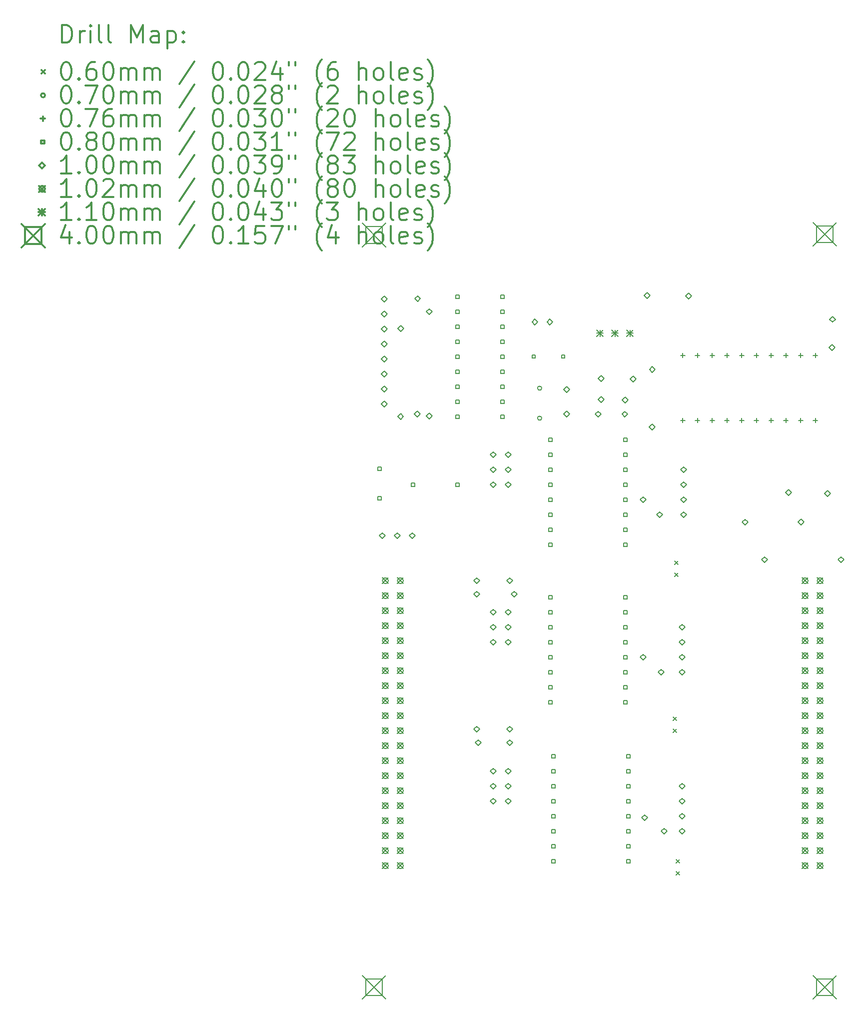
<source format=gbr>
%FSLAX45Y45*%
G04 Gerber Fmt 4.5, Leading zero omitted, Abs format (unit mm)*
G04 Created by KiCad (PCBNEW 5.1.6-c6e7f7d~86~ubuntu18.04.1) date 2020-06-19 20:25:37*
%MOMM*%
%LPD*%
G01*
G04 APERTURE LIST*
%ADD10C,0.200000*%
%ADD11C,0.300000*%
G04 APERTURE END LIST*
D10*
X10638000Y-11885800D02*
X10698000Y-11945800D01*
X10698000Y-11885800D02*
X10638000Y-11945800D01*
X10638000Y-12085800D02*
X10698000Y-12145800D01*
X10698000Y-12085800D02*
X10638000Y-12145800D01*
X10688800Y-14298800D02*
X10748800Y-14358800D01*
X10748800Y-14298800D02*
X10688800Y-14358800D01*
X10688800Y-14498800D02*
X10748800Y-14558800D01*
X10748800Y-14498800D02*
X10688800Y-14558800D01*
X10663400Y-9244200D02*
X10723400Y-9304200D01*
X10723400Y-9244200D02*
X10663400Y-9304200D01*
X10663400Y-9444200D02*
X10723400Y-9504200D01*
X10723400Y-9444200D02*
X10663400Y-9504200D01*
X8413000Y-6316000D02*
G75*
G03*
X8413000Y-6316000I-35000J0D01*
G01*
X8413000Y-6824000D02*
G75*
G03*
X8413000Y-6824000I-35000J0D01*
G01*
X10802600Y-5723100D02*
X10802600Y-5799300D01*
X10764500Y-5761200D02*
X10840700Y-5761200D01*
X10802600Y-6823100D02*
X10802600Y-6899300D01*
X10764500Y-6861200D02*
X10840700Y-6861200D01*
X11052600Y-5723100D02*
X11052600Y-5799300D01*
X11014500Y-5761200D02*
X11090700Y-5761200D01*
X11052600Y-6823100D02*
X11052600Y-6899300D01*
X11014500Y-6861200D02*
X11090700Y-6861200D01*
X11302600Y-5723100D02*
X11302600Y-5799300D01*
X11264500Y-5761200D02*
X11340700Y-5761200D01*
X11302600Y-6823100D02*
X11302600Y-6899300D01*
X11264500Y-6861200D02*
X11340700Y-6861200D01*
X11552600Y-5723100D02*
X11552600Y-5799300D01*
X11514500Y-5761200D02*
X11590700Y-5761200D01*
X11552600Y-6823100D02*
X11552600Y-6899300D01*
X11514500Y-6861200D02*
X11590700Y-6861200D01*
X11802600Y-5723100D02*
X11802600Y-5799300D01*
X11764500Y-5761200D02*
X11840700Y-5761200D01*
X11802600Y-6823100D02*
X11802600Y-6899300D01*
X11764500Y-6861200D02*
X11840700Y-6861200D01*
X12052600Y-5723100D02*
X12052600Y-5799300D01*
X12014500Y-5761200D02*
X12090700Y-5761200D01*
X12052600Y-6823100D02*
X12052600Y-6899300D01*
X12014500Y-6861200D02*
X12090700Y-6861200D01*
X12302600Y-5723100D02*
X12302600Y-5799300D01*
X12264500Y-5761200D02*
X12340700Y-5761200D01*
X12302600Y-6823100D02*
X12302600Y-6899300D01*
X12264500Y-6861200D02*
X12340700Y-6861200D01*
X12552600Y-5723100D02*
X12552600Y-5799300D01*
X12514500Y-5761200D02*
X12590700Y-5761200D01*
X12552600Y-6823100D02*
X12552600Y-6899300D01*
X12514500Y-6861200D02*
X12590700Y-6861200D01*
X12802600Y-5723100D02*
X12802600Y-5799300D01*
X12764500Y-5761200D02*
X12840700Y-5761200D01*
X12802600Y-6823100D02*
X12802600Y-6899300D01*
X12764500Y-6861200D02*
X12840700Y-6861200D01*
X13052600Y-5723100D02*
X13052600Y-5799300D01*
X13014500Y-5761200D02*
X13090700Y-5761200D01*
X13052600Y-6823100D02*
X13052600Y-6899300D01*
X13014500Y-6861200D02*
X13090700Y-6861200D01*
X8588085Y-9883485D02*
X8588085Y-9826916D01*
X8531516Y-9826916D01*
X8531516Y-9883485D01*
X8588085Y-9883485D01*
X8588085Y-10137485D02*
X8588085Y-10080916D01*
X8531516Y-10080916D01*
X8531516Y-10137485D01*
X8588085Y-10137485D01*
X8588085Y-10391485D02*
X8588085Y-10334916D01*
X8531516Y-10334916D01*
X8531516Y-10391485D01*
X8588085Y-10391485D01*
X8588085Y-10645485D02*
X8588085Y-10588916D01*
X8531516Y-10588916D01*
X8531516Y-10645485D01*
X8588085Y-10645485D01*
X8588085Y-10899485D02*
X8588085Y-10842916D01*
X8531516Y-10842916D01*
X8531516Y-10899485D01*
X8588085Y-10899485D01*
X8588085Y-11153485D02*
X8588085Y-11096916D01*
X8531516Y-11096916D01*
X8531516Y-11153485D01*
X8588085Y-11153485D01*
X8588085Y-11407484D02*
X8588085Y-11350915D01*
X8531516Y-11350915D01*
X8531516Y-11407484D01*
X8588085Y-11407484D01*
X8588085Y-11661484D02*
X8588085Y-11604915D01*
X8531516Y-11604915D01*
X8531516Y-11661484D01*
X8588085Y-11661484D01*
X9858085Y-9883485D02*
X9858085Y-9826916D01*
X9801516Y-9826916D01*
X9801516Y-9883485D01*
X9858085Y-9883485D01*
X9858085Y-10137485D02*
X9858085Y-10080916D01*
X9801516Y-10080916D01*
X9801516Y-10137485D01*
X9858085Y-10137485D01*
X9858085Y-10391485D02*
X9858085Y-10334916D01*
X9801516Y-10334916D01*
X9801516Y-10391485D01*
X9858085Y-10391485D01*
X9858085Y-10645485D02*
X9858085Y-10588916D01*
X9801516Y-10588916D01*
X9801516Y-10645485D01*
X9858085Y-10645485D01*
X9858085Y-10899485D02*
X9858085Y-10842916D01*
X9801516Y-10842916D01*
X9801516Y-10899485D01*
X9858085Y-10899485D01*
X9858085Y-11153485D02*
X9858085Y-11096916D01*
X9801516Y-11096916D01*
X9801516Y-11153485D01*
X9858085Y-11153485D01*
X9858085Y-11407484D02*
X9858085Y-11350915D01*
X9801516Y-11350915D01*
X9801516Y-11407484D01*
X9858085Y-11407484D01*
X9858085Y-11661484D02*
X9858085Y-11604915D01*
X9801516Y-11604915D01*
X9801516Y-11661484D01*
X9858085Y-11661484D01*
X8307284Y-5806284D02*
X8307284Y-5749715D01*
X8250715Y-5749715D01*
X8250715Y-5806284D01*
X8307284Y-5806284D01*
X8807285Y-5806284D02*
X8807285Y-5749715D01*
X8750716Y-5749715D01*
X8750716Y-5806284D01*
X8807285Y-5806284D01*
X8638885Y-12575884D02*
X8638885Y-12519315D01*
X8582316Y-12519315D01*
X8582316Y-12575884D01*
X8638885Y-12575884D01*
X8638885Y-12829884D02*
X8638885Y-12773315D01*
X8582316Y-12773315D01*
X8582316Y-12829884D01*
X8638885Y-12829884D01*
X8638885Y-13083884D02*
X8638885Y-13027315D01*
X8582316Y-13027315D01*
X8582316Y-13083884D01*
X8638885Y-13083884D01*
X8638885Y-13337884D02*
X8638885Y-13281315D01*
X8582316Y-13281315D01*
X8582316Y-13337884D01*
X8638885Y-13337884D01*
X8638885Y-13591884D02*
X8638885Y-13535315D01*
X8582316Y-13535315D01*
X8582316Y-13591884D01*
X8638885Y-13591884D01*
X8638885Y-13845884D02*
X8638885Y-13789315D01*
X8582316Y-13789315D01*
X8582316Y-13845884D01*
X8638885Y-13845884D01*
X8638885Y-14099884D02*
X8638885Y-14043315D01*
X8582316Y-14043315D01*
X8582316Y-14099884D01*
X8638885Y-14099884D01*
X8638885Y-14353884D02*
X8638885Y-14297315D01*
X8582316Y-14297315D01*
X8582316Y-14353884D01*
X8638885Y-14353884D01*
X9908885Y-12575884D02*
X9908885Y-12519315D01*
X9852316Y-12519315D01*
X9852316Y-12575884D01*
X9908885Y-12575884D01*
X9908885Y-12829884D02*
X9908885Y-12773315D01*
X9852316Y-12773315D01*
X9852316Y-12829884D01*
X9908885Y-12829884D01*
X9908885Y-13083884D02*
X9908885Y-13027315D01*
X9852316Y-13027315D01*
X9852316Y-13083884D01*
X9908885Y-13083884D01*
X9908885Y-13337884D02*
X9908885Y-13281315D01*
X9852316Y-13281315D01*
X9852316Y-13337884D01*
X9908885Y-13337884D01*
X9908885Y-13591884D02*
X9908885Y-13535315D01*
X9852316Y-13535315D01*
X9852316Y-13591884D01*
X9908885Y-13591884D01*
X9908885Y-13845884D02*
X9908885Y-13789315D01*
X9852316Y-13789315D01*
X9852316Y-13845884D01*
X9908885Y-13845884D01*
X9908885Y-14099884D02*
X9908885Y-14043315D01*
X9852316Y-14043315D01*
X9852316Y-14099884D01*
X9908885Y-14099884D01*
X9908885Y-14353884D02*
X9908885Y-14297315D01*
X9852316Y-14297315D01*
X9852316Y-14353884D01*
X9908885Y-14353884D01*
X5692484Y-7707084D02*
X5692484Y-7650515D01*
X5635915Y-7650515D01*
X5635915Y-7707084D01*
X5692484Y-7707084D01*
X5692484Y-8207084D02*
X5692484Y-8150515D01*
X5635915Y-8150515D01*
X5635915Y-8207084D01*
X5692484Y-8207084D01*
X8588085Y-7216484D02*
X8588085Y-7159915D01*
X8531516Y-7159915D01*
X8531516Y-7216484D01*
X8588085Y-7216484D01*
X8588085Y-7470484D02*
X8588085Y-7413915D01*
X8531516Y-7413915D01*
X8531516Y-7470484D01*
X8588085Y-7470484D01*
X8588085Y-7724484D02*
X8588085Y-7667915D01*
X8531516Y-7667915D01*
X8531516Y-7724484D01*
X8588085Y-7724484D01*
X8588085Y-7978484D02*
X8588085Y-7921915D01*
X8531516Y-7921915D01*
X8531516Y-7978484D01*
X8588085Y-7978484D01*
X8588085Y-8232484D02*
X8588085Y-8175915D01*
X8531516Y-8175915D01*
X8531516Y-8232484D01*
X8588085Y-8232484D01*
X8588085Y-8486485D02*
X8588085Y-8429916D01*
X8531516Y-8429916D01*
X8531516Y-8486485D01*
X8588085Y-8486485D01*
X8588085Y-8740485D02*
X8588085Y-8683916D01*
X8531516Y-8683916D01*
X8531516Y-8740485D01*
X8588085Y-8740485D01*
X8588085Y-8994485D02*
X8588085Y-8937916D01*
X8531516Y-8937916D01*
X8531516Y-8994485D01*
X8588085Y-8994485D01*
X9858085Y-7216484D02*
X9858085Y-7159915D01*
X9801516Y-7159915D01*
X9801516Y-7216484D01*
X9858085Y-7216484D01*
X9858085Y-7470484D02*
X9858085Y-7413915D01*
X9801516Y-7413915D01*
X9801516Y-7470484D01*
X9858085Y-7470484D01*
X9858085Y-7724484D02*
X9858085Y-7667915D01*
X9801516Y-7667915D01*
X9801516Y-7724484D01*
X9858085Y-7724484D01*
X9858085Y-7978484D02*
X9858085Y-7921915D01*
X9801516Y-7921915D01*
X9801516Y-7978484D01*
X9858085Y-7978484D01*
X9858085Y-8232484D02*
X9858085Y-8175915D01*
X9801516Y-8175915D01*
X9801516Y-8232484D01*
X9858085Y-8232484D01*
X9858085Y-8486485D02*
X9858085Y-8429916D01*
X9801516Y-8429916D01*
X9801516Y-8486485D01*
X9858085Y-8486485D01*
X9858085Y-8740485D02*
X9858085Y-8683916D01*
X9801516Y-8683916D01*
X9801516Y-8740485D01*
X9858085Y-8740485D01*
X9858085Y-8994485D02*
X9858085Y-8937916D01*
X9801516Y-8937916D01*
X9801516Y-8994485D01*
X9858085Y-8994485D01*
X7014284Y-4798285D02*
X7014284Y-4741716D01*
X6957715Y-4741716D01*
X6957715Y-4798285D01*
X7014284Y-4798285D01*
X7014284Y-5052285D02*
X7014284Y-4995716D01*
X6957715Y-4995716D01*
X6957715Y-5052285D01*
X7014284Y-5052285D01*
X7014284Y-5306285D02*
X7014284Y-5249716D01*
X6957715Y-5249716D01*
X6957715Y-5306285D01*
X7014284Y-5306285D01*
X7014284Y-5560285D02*
X7014284Y-5503716D01*
X6957715Y-5503716D01*
X6957715Y-5560285D01*
X7014284Y-5560285D01*
X7014284Y-5814284D02*
X7014284Y-5757715D01*
X6957715Y-5757715D01*
X6957715Y-5814284D01*
X7014284Y-5814284D01*
X7014284Y-6068284D02*
X7014284Y-6011715D01*
X6957715Y-6011715D01*
X6957715Y-6068284D01*
X7014284Y-6068284D01*
X7014284Y-6322284D02*
X7014284Y-6265715D01*
X6957715Y-6265715D01*
X6957715Y-6322284D01*
X7014284Y-6322284D01*
X7014284Y-6576284D02*
X7014284Y-6519715D01*
X6957715Y-6519715D01*
X6957715Y-6576284D01*
X7014284Y-6576284D01*
X7014284Y-6830284D02*
X7014284Y-6773715D01*
X6957715Y-6773715D01*
X6957715Y-6830284D01*
X7014284Y-6830284D01*
X7776284Y-4798285D02*
X7776284Y-4741716D01*
X7719715Y-4741716D01*
X7719715Y-4798285D01*
X7776284Y-4798285D01*
X7776284Y-5052285D02*
X7776284Y-4995716D01*
X7719715Y-4995716D01*
X7719715Y-5052285D01*
X7776284Y-5052285D01*
X7776284Y-5306285D02*
X7776284Y-5249716D01*
X7719715Y-5249716D01*
X7719715Y-5306285D01*
X7776284Y-5306285D01*
X7776284Y-5560285D02*
X7776284Y-5503716D01*
X7719715Y-5503716D01*
X7719715Y-5560285D01*
X7776284Y-5560285D01*
X7776284Y-5814284D02*
X7776284Y-5757715D01*
X7719715Y-5757715D01*
X7719715Y-5814284D01*
X7776284Y-5814284D01*
X7776284Y-6068284D02*
X7776284Y-6011715D01*
X7719715Y-6011715D01*
X7719715Y-6068284D01*
X7776284Y-6068284D01*
X7776284Y-6322284D02*
X7776284Y-6265715D01*
X7719715Y-6265715D01*
X7719715Y-6322284D01*
X7776284Y-6322284D01*
X7776284Y-6576284D02*
X7776284Y-6519715D01*
X7719715Y-6519715D01*
X7719715Y-6576284D01*
X7776284Y-6576284D01*
X7776284Y-6830284D02*
X7776284Y-6773715D01*
X7719715Y-6773715D01*
X7719715Y-6830284D01*
X7776284Y-6830284D01*
X6263284Y-7978484D02*
X6263284Y-7921915D01*
X6206715Y-7921915D01*
X6206715Y-7978484D01*
X6263284Y-7978484D01*
X7013284Y-7978484D02*
X7013284Y-7921915D01*
X6956715Y-7921915D01*
X6956715Y-7978484D01*
X7013284Y-7978484D01*
X6022000Y-6845000D02*
X6072000Y-6795000D01*
X6022000Y-6745000D01*
X5972000Y-6795000D01*
X6022000Y-6845000D01*
X6028000Y-5358000D02*
X6078000Y-5308000D01*
X6028000Y-5258000D01*
X5978000Y-5308000D01*
X6028000Y-5358000D01*
X6306000Y-6806200D02*
X6356000Y-6756200D01*
X6306000Y-6706200D01*
X6256000Y-6756200D01*
X6306000Y-6806200D01*
X6310000Y-4851000D02*
X6360000Y-4801000D01*
X6310000Y-4751000D01*
X6260000Y-4801000D01*
X6310000Y-4851000D01*
X6508363Y-5071363D02*
X6558363Y-5021363D01*
X6508363Y-4971363D01*
X6458363Y-5021363D01*
X6508363Y-5071363D01*
X6510000Y-6839000D02*
X6560000Y-6789000D01*
X6510000Y-6739000D01*
X6460000Y-6789000D01*
X6510000Y-6839000D01*
X7315200Y-9625800D02*
X7365200Y-9575800D01*
X7315200Y-9525800D01*
X7265200Y-9575800D01*
X7315200Y-9625800D01*
X7315200Y-9854400D02*
X7365200Y-9804400D01*
X7315200Y-9754400D01*
X7265200Y-9804400D01*
X7315200Y-9854400D01*
X7315200Y-12140400D02*
X7365200Y-12090400D01*
X7315200Y-12040400D01*
X7265200Y-12090400D01*
X7315200Y-12140400D01*
X7340600Y-12369000D02*
X7390600Y-12319000D01*
X7340600Y-12269000D01*
X7290600Y-12319000D01*
X7340600Y-12369000D01*
X7874000Y-9625800D02*
X7924000Y-9575800D01*
X7874000Y-9525800D01*
X7824000Y-9575800D01*
X7874000Y-9625800D01*
X7874000Y-12140400D02*
X7924000Y-12090400D01*
X7874000Y-12040400D01*
X7824000Y-12090400D01*
X7874000Y-12140400D01*
X7874000Y-12369000D02*
X7924000Y-12319000D01*
X7874000Y-12269000D01*
X7824000Y-12319000D01*
X7874000Y-12369000D01*
X7950200Y-9854400D02*
X8000200Y-9804400D01*
X7950200Y-9754400D01*
X7900200Y-9804400D01*
X7950200Y-9854400D01*
X8836000Y-6387000D02*
X8886000Y-6337000D01*
X8836000Y-6287000D01*
X8786000Y-6337000D01*
X8836000Y-6387000D01*
X8836000Y-6804000D02*
X8886000Y-6754000D01*
X8836000Y-6704000D01*
X8786000Y-6754000D01*
X8836000Y-6804000D01*
X9372600Y-6806400D02*
X9422600Y-6756400D01*
X9372600Y-6706400D01*
X9322600Y-6756400D01*
X9372600Y-6806400D01*
X9421000Y-6560000D02*
X9471000Y-6510000D01*
X9421000Y-6460000D01*
X9371000Y-6510000D01*
X9421000Y-6560000D01*
X9422000Y-6205000D02*
X9472000Y-6155000D01*
X9422000Y-6105000D01*
X9372000Y-6155000D01*
X9422000Y-6205000D01*
X9823400Y-6806400D02*
X9873400Y-6756400D01*
X9823400Y-6706400D01*
X9773400Y-6756400D01*
X9823400Y-6806400D01*
X9827000Y-6564000D02*
X9877000Y-6514000D01*
X9827000Y-6464000D01*
X9777000Y-6514000D01*
X9827000Y-6564000D01*
X9962000Y-6210000D02*
X10012000Y-6160000D01*
X9962000Y-6110000D01*
X9912000Y-6160000D01*
X9962000Y-6210000D01*
X10134600Y-8254200D02*
X10184600Y-8204200D01*
X10134600Y-8154200D01*
X10084600Y-8204200D01*
X10134600Y-8254200D01*
X10134600Y-10921200D02*
X10184600Y-10871200D01*
X10134600Y-10821200D01*
X10084600Y-10871200D01*
X10134600Y-10921200D01*
X10160000Y-13639000D02*
X10210000Y-13589000D01*
X10160000Y-13539000D01*
X10110000Y-13589000D01*
X10160000Y-13639000D01*
X10201000Y-4797000D02*
X10251000Y-4747000D01*
X10201000Y-4697000D01*
X10151000Y-4747000D01*
X10201000Y-4797000D01*
X10284000Y-7021000D02*
X10334000Y-6971000D01*
X10284000Y-6921000D01*
X10234000Y-6971000D01*
X10284000Y-7021000D01*
X10289000Y-6049000D02*
X10339000Y-5999000D01*
X10289000Y-5949000D01*
X10239000Y-5999000D01*
X10289000Y-6049000D01*
X10414000Y-8508200D02*
X10464000Y-8458200D01*
X10414000Y-8408200D01*
X10364000Y-8458200D01*
X10414000Y-8508200D01*
X10439400Y-11175200D02*
X10489400Y-11125200D01*
X10439400Y-11075200D01*
X10389400Y-11125200D01*
X10439400Y-11175200D01*
X10490200Y-13867600D02*
X10540200Y-13817600D01*
X10490200Y-13767600D01*
X10440200Y-13817600D01*
X10490200Y-13867600D01*
X10903000Y-4802000D02*
X10953000Y-4752000D01*
X10903000Y-4702000D01*
X10853000Y-4752000D01*
X10903000Y-4802000D01*
X11861800Y-8635200D02*
X11911800Y-8585200D01*
X11861800Y-8535200D01*
X11811800Y-8585200D01*
X11861800Y-8635200D01*
X12192000Y-9270200D02*
X12242000Y-9220200D01*
X12192000Y-9170200D01*
X12142000Y-9220200D01*
X12192000Y-9270200D01*
X12599000Y-8131000D02*
X12649000Y-8081000D01*
X12599000Y-8031000D01*
X12549000Y-8081000D01*
X12599000Y-8131000D01*
X12806000Y-8635000D02*
X12856000Y-8585000D01*
X12806000Y-8535000D01*
X12756000Y-8585000D01*
X12806000Y-8635000D01*
X13257000Y-8146000D02*
X13307000Y-8096000D01*
X13257000Y-8046000D01*
X13207000Y-8096000D01*
X13257000Y-8146000D01*
X13334000Y-5675000D02*
X13384000Y-5625000D01*
X13334000Y-5575000D01*
X13284000Y-5625000D01*
X13334000Y-5675000D01*
X13338365Y-5198635D02*
X13388365Y-5148635D01*
X13338365Y-5098635D01*
X13288365Y-5148635D01*
X13338365Y-5198635D01*
X13487400Y-9270200D02*
X13537400Y-9220200D01*
X13487400Y-9170200D01*
X13437400Y-9220200D01*
X13487400Y-9270200D01*
X8299000Y-5242000D02*
X8349000Y-5192000D01*
X8299000Y-5142000D01*
X8249000Y-5192000D01*
X8299000Y-5242000D01*
X8553000Y-5242000D02*
X8603000Y-5192000D01*
X8553000Y-5142000D01*
X8503000Y-5192000D01*
X8553000Y-5242000D01*
X7594600Y-7492200D02*
X7644600Y-7442200D01*
X7594600Y-7392200D01*
X7544600Y-7442200D01*
X7594600Y-7492200D01*
X7594600Y-7746200D02*
X7644600Y-7696200D01*
X7594600Y-7646200D01*
X7544600Y-7696200D01*
X7594600Y-7746200D01*
X7594600Y-8000200D02*
X7644600Y-7950200D01*
X7594600Y-7900200D01*
X7544600Y-7950200D01*
X7594600Y-8000200D01*
X7848600Y-7492200D02*
X7898600Y-7442200D01*
X7848600Y-7392200D01*
X7798600Y-7442200D01*
X7848600Y-7492200D01*
X7848600Y-7746200D02*
X7898600Y-7696200D01*
X7848600Y-7646200D01*
X7798600Y-7696200D01*
X7848600Y-7746200D01*
X7848600Y-8000200D02*
X7898600Y-7950200D01*
X7848600Y-7900200D01*
X7798600Y-7950200D01*
X7848600Y-8000200D01*
X7594600Y-10159200D02*
X7644600Y-10109200D01*
X7594600Y-10059200D01*
X7544600Y-10109200D01*
X7594600Y-10159200D01*
X7594600Y-10413200D02*
X7644600Y-10363200D01*
X7594600Y-10313200D01*
X7544600Y-10363200D01*
X7594600Y-10413200D01*
X7594600Y-10667200D02*
X7644600Y-10617200D01*
X7594600Y-10567200D01*
X7544600Y-10617200D01*
X7594600Y-10667200D01*
X7848600Y-10159200D02*
X7898600Y-10109200D01*
X7848600Y-10059200D01*
X7798600Y-10109200D01*
X7848600Y-10159200D01*
X7848600Y-10413200D02*
X7898600Y-10363200D01*
X7848600Y-10313200D01*
X7798600Y-10363200D01*
X7848600Y-10413200D01*
X7848600Y-10667200D02*
X7898600Y-10617200D01*
X7848600Y-10567200D01*
X7798600Y-10617200D01*
X7848600Y-10667200D01*
X10795000Y-13105600D02*
X10845000Y-13055600D01*
X10795000Y-13005600D01*
X10745000Y-13055600D01*
X10795000Y-13105600D01*
X10795000Y-13359600D02*
X10845000Y-13309600D01*
X10795000Y-13259600D01*
X10745000Y-13309600D01*
X10795000Y-13359600D01*
X10795000Y-13613600D02*
X10845000Y-13563600D01*
X10795000Y-13513600D01*
X10745000Y-13563600D01*
X10795000Y-13613600D01*
X10795000Y-13867600D02*
X10845000Y-13817600D01*
X10795000Y-13767600D01*
X10745000Y-13817600D01*
X10795000Y-13867600D01*
X5748000Y-4855000D02*
X5798000Y-4805000D01*
X5748000Y-4755000D01*
X5698000Y-4805000D01*
X5748000Y-4855000D01*
X5748000Y-5109000D02*
X5798000Y-5059000D01*
X5748000Y-5009000D01*
X5698000Y-5059000D01*
X5748000Y-5109000D01*
X5748000Y-5363000D02*
X5798000Y-5313000D01*
X5748000Y-5263000D01*
X5698000Y-5313000D01*
X5748000Y-5363000D01*
X5748000Y-5617000D02*
X5798000Y-5567000D01*
X5748000Y-5517000D01*
X5698000Y-5567000D01*
X5748000Y-5617000D01*
X5748000Y-5871000D02*
X5798000Y-5821000D01*
X5748000Y-5771000D01*
X5698000Y-5821000D01*
X5748000Y-5871000D01*
X5748000Y-6125000D02*
X5798000Y-6075000D01*
X5748000Y-6025000D01*
X5698000Y-6075000D01*
X5748000Y-6125000D01*
X5748000Y-6379000D02*
X5798000Y-6329000D01*
X5748000Y-6279000D01*
X5698000Y-6329000D01*
X5748000Y-6379000D01*
X5748000Y-6633000D02*
X5798000Y-6583000D01*
X5748000Y-6533000D01*
X5698000Y-6583000D01*
X5748000Y-6633000D01*
X10795000Y-10413200D02*
X10845000Y-10363200D01*
X10795000Y-10313200D01*
X10745000Y-10363200D01*
X10795000Y-10413200D01*
X10795000Y-10667200D02*
X10845000Y-10617200D01*
X10795000Y-10567200D01*
X10745000Y-10617200D01*
X10795000Y-10667200D01*
X10795000Y-10921200D02*
X10845000Y-10871200D01*
X10795000Y-10821200D01*
X10745000Y-10871200D01*
X10795000Y-10921200D01*
X10795000Y-11175200D02*
X10845000Y-11125200D01*
X10795000Y-11075200D01*
X10745000Y-11125200D01*
X10795000Y-11175200D01*
X5715000Y-8863800D02*
X5765000Y-8813800D01*
X5715000Y-8763800D01*
X5665000Y-8813800D01*
X5715000Y-8863800D01*
X5969000Y-8863800D02*
X6019000Y-8813800D01*
X5969000Y-8763800D01*
X5919000Y-8813800D01*
X5969000Y-8863800D01*
X6223000Y-8863800D02*
X6273000Y-8813800D01*
X6223000Y-8763800D01*
X6173000Y-8813800D01*
X6223000Y-8863800D01*
X7594600Y-12851600D02*
X7644600Y-12801600D01*
X7594600Y-12751600D01*
X7544600Y-12801600D01*
X7594600Y-12851600D01*
X7594600Y-13105600D02*
X7644600Y-13055600D01*
X7594600Y-13005600D01*
X7544600Y-13055600D01*
X7594600Y-13105600D01*
X7594600Y-13359600D02*
X7644600Y-13309600D01*
X7594600Y-13259600D01*
X7544600Y-13309600D01*
X7594600Y-13359600D01*
X7848600Y-12851600D02*
X7898600Y-12801600D01*
X7848600Y-12751600D01*
X7798600Y-12801600D01*
X7848600Y-12851600D01*
X7848600Y-13105600D02*
X7898600Y-13055600D01*
X7848600Y-13005600D01*
X7798600Y-13055600D01*
X7848600Y-13105600D01*
X7848600Y-13359600D02*
X7898600Y-13309600D01*
X7848600Y-13259600D01*
X7798600Y-13309600D01*
X7848600Y-13359600D01*
X10820400Y-7746200D02*
X10870400Y-7696200D01*
X10820400Y-7646200D01*
X10770400Y-7696200D01*
X10820400Y-7746200D01*
X10820400Y-8000200D02*
X10870400Y-7950200D01*
X10820400Y-7900200D01*
X10770400Y-7950200D01*
X10820400Y-8000200D01*
X10820400Y-8254200D02*
X10870400Y-8204200D01*
X10820400Y-8154200D01*
X10770400Y-8204200D01*
X10820400Y-8254200D01*
X10820400Y-8508200D02*
X10870400Y-8458200D01*
X10820400Y-8408200D01*
X10770400Y-8458200D01*
X10820400Y-8508200D01*
X5715000Y-9525000D02*
X5816600Y-9626600D01*
X5816600Y-9525000D02*
X5715000Y-9626600D01*
X5816600Y-9575800D02*
G75*
G03*
X5816600Y-9575800I-50800J0D01*
G01*
X5715000Y-9779000D02*
X5816600Y-9880600D01*
X5816600Y-9779000D02*
X5715000Y-9880600D01*
X5816600Y-9829800D02*
G75*
G03*
X5816600Y-9829800I-50800J0D01*
G01*
X5715000Y-10033000D02*
X5816600Y-10134600D01*
X5816600Y-10033000D02*
X5715000Y-10134600D01*
X5816600Y-10083800D02*
G75*
G03*
X5816600Y-10083800I-50800J0D01*
G01*
X5715000Y-10287000D02*
X5816600Y-10388600D01*
X5816600Y-10287000D02*
X5715000Y-10388600D01*
X5816600Y-10337800D02*
G75*
G03*
X5816600Y-10337800I-50800J0D01*
G01*
X5715000Y-10541000D02*
X5816600Y-10642600D01*
X5816600Y-10541000D02*
X5715000Y-10642600D01*
X5816600Y-10591800D02*
G75*
G03*
X5816600Y-10591800I-50800J0D01*
G01*
X5715000Y-10795000D02*
X5816600Y-10896600D01*
X5816600Y-10795000D02*
X5715000Y-10896600D01*
X5816600Y-10845800D02*
G75*
G03*
X5816600Y-10845800I-50800J0D01*
G01*
X5715000Y-11049000D02*
X5816600Y-11150600D01*
X5816600Y-11049000D02*
X5715000Y-11150600D01*
X5816600Y-11099800D02*
G75*
G03*
X5816600Y-11099800I-50800J0D01*
G01*
X5715000Y-11303000D02*
X5816600Y-11404600D01*
X5816600Y-11303000D02*
X5715000Y-11404600D01*
X5816600Y-11353800D02*
G75*
G03*
X5816600Y-11353800I-50800J0D01*
G01*
X5715000Y-11557000D02*
X5816600Y-11658600D01*
X5816600Y-11557000D02*
X5715000Y-11658600D01*
X5816600Y-11607800D02*
G75*
G03*
X5816600Y-11607800I-50800J0D01*
G01*
X5715000Y-11811000D02*
X5816600Y-11912600D01*
X5816600Y-11811000D02*
X5715000Y-11912600D01*
X5816600Y-11861800D02*
G75*
G03*
X5816600Y-11861800I-50800J0D01*
G01*
X5715000Y-12065000D02*
X5816600Y-12166600D01*
X5816600Y-12065000D02*
X5715000Y-12166600D01*
X5816600Y-12115800D02*
G75*
G03*
X5816600Y-12115800I-50800J0D01*
G01*
X5715000Y-12319000D02*
X5816600Y-12420600D01*
X5816600Y-12319000D02*
X5715000Y-12420600D01*
X5816600Y-12369800D02*
G75*
G03*
X5816600Y-12369800I-50800J0D01*
G01*
X5715000Y-12573000D02*
X5816600Y-12674600D01*
X5816600Y-12573000D02*
X5715000Y-12674600D01*
X5816600Y-12623800D02*
G75*
G03*
X5816600Y-12623800I-50800J0D01*
G01*
X5715000Y-12827000D02*
X5816600Y-12928600D01*
X5816600Y-12827000D02*
X5715000Y-12928600D01*
X5816600Y-12877800D02*
G75*
G03*
X5816600Y-12877800I-50800J0D01*
G01*
X5715000Y-13081000D02*
X5816600Y-13182600D01*
X5816600Y-13081000D02*
X5715000Y-13182600D01*
X5816600Y-13131800D02*
G75*
G03*
X5816600Y-13131800I-50800J0D01*
G01*
X5715000Y-13335000D02*
X5816600Y-13436600D01*
X5816600Y-13335000D02*
X5715000Y-13436600D01*
X5816600Y-13385800D02*
G75*
G03*
X5816600Y-13385800I-50800J0D01*
G01*
X5715000Y-13589000D02*
X5816600Y-13690600D01*
X5816600Y-13589000D02*
X5715000Y-13690600D01*
X5816600Y-13639800D02*
G75*
G03*
X5816600Y-13639800I-50800J0D01*
G01*
X5715000Y-13843000D02*
X5816600Y-13944600D01*
X5816600Y-13843000D02*
X5715000Y-13944600D01*
X5816600Y-13893800D02*
G75*
G03*
X5816600Y-13893800I-50800J0D01*
G01*
X5715000Y-14097000D02*
X5816600Y-14198600D01*
X5816600Y-14097000D02*
X5715000Y-14198600D01*
X5816600Y-14147800D02*
G75*
G03*
X5816600Y-14147800I-50800J0D01*
G01*
X5715000Y-14351000D02*
X5816600Y-14452600D01*
X5816600Y-14351000D02*
X5715000Y-14452600D01*
X5816600Y-14401800D02*
G75*
G03*
X5816600Y-14401800I-50800J0D01*
G01*
X5969000Y-9525000D02*
X6070600Y-9626600D01*
X6070600Y-9525000D02*
X5969000Y-9626600D01*
X6070600Y-9575800D02*
G75*
G03*
X6070600Y-9575800I-50800J0D01*
G01*
X5969000Y-9779000D02*
X6070600Y-9880600D01*
X6070600Y-9779000D02*
X5969000Y-9880600D01*
X6070600Y-9829800D02*
G75*
G03*
X6070600Y-9829800I-50800J0D01*
G01*
X5969000Y-10033000D02*
X6070600Y-10134600D01*
X6070600Y-10033000D02*
X5969000Y-10134600D01*
X6070600Y-10083800D02*
G75*
G03*
X6070600Y-10083800I-50800J0D01*
G01*
X5969000Y-10287000D02*
X6070600Y-10388600D01*
X6070600Y-10287000D02*
X5969000Y-10388600D01*
X6070600Y-10337800D02*
G75*
G03*
X6070600Y-10337800I-50800J0D01*
G01*
X5969000Y-10541000D02*
X6070600Y-10642600D01*
X6070600Y-10541000D02*
X5969000Y-10642600D01*
X6070600Y-10591800D02*
G75*
G03*
X6070600Y-10591800I-50800J0D01*
G01*
X5969000Y-10795000D02*
X6070600Y-10896600D01*
X6070600Y-10795000D02*
X5969000Y-10896600D01*
X6070600Y-10845800D02*
G75*
G03*
X6070600Y-10845800I-50800J0D01*
G01*
X5969000Y-11049000D02*
X6070600Y-11150600D01*
X6070600Y-11049000D02*
X5969000Y-11150600D01*
X6070600Y-11099800D02*
G75*
G03*
X6070600Y-11099800I-50800J0D01*
G01*
X5969000Y-11303000D02*
X6070600Y-11404600D01*
X6070600Y-11303000D02*
X5969000Y-11404600D01*
X6070600Y-11353800D02*
G75*
G03*
X6070600Y-11353800I-50800J0D01*
G01*
X5969000Y-11557000D02*
X6070600Y-11658600D01*
X6070600Y-11557000D02*
X5969000Y-11658600D01*
X6070600Y-11607800D02*
G75*
G03*
X6070600Y-11607800I-50800J0D01*
G01*
X5969000Y-11811000D02*
X6070600Y-11912600D01*
X6070600Y-11811000D02*
X5969000Y-11912600D01*
X6070600Y-11861800D02*
G75*
G03*
X6070600Y-11861800I-50800J0D01*
G01*
X5969000Y-12065000D02*
X6070600Y-12166600D01*
X6070600Y-12065000D02*
X5969000Y-12166600D01*
X6070600Y-12115800D02*
G75*
G03*
X6070600Y-12115800I-50800J0D01*
G01*
X5969000Y-12319000D02*
X6070600Y-12420600D01*
X6070600Y-12319000D02*
X5969000Y-12420600D01*
X6070600Y-12369800D02*
G75*
G03*
X6070600Y-12369800I-50800J0D01*
G01*
X5969000Y-12573000D02*
X6070600Y-12674600D01*
X6070600Y-12573000D02*
X5969000Y-12674600D01*
X6070600Y-12623800D02*
G75*
G03*
X6070600Y-12623800I-50800J0D01*
G01*
X5969000Y-12827000D02*
X6070600Y-12928600D01*
X6070600Y-12827000D02*
X5969000Y-12928600D01*
X6070600Y-12877800D02*
G75*
G03*
X6070600Y-12877800I-50800J0D01*
G01*
X5969000Y-13081000D02*
X6070600Y-13182600D01*
X6070600Y-13081000D02*
X5969000Y-13182600D01*
X6070600Y-13131800D02*
G75*
G03*
X6070600Y-13131800I-50800J0D01*
G01*
X5969000Y-13335000D02*
X6070600Y-13436600D01*
X6070600Y-13335000D02*
X5969000Y-13436600D01*
X6070600Y-13385800D02*
G75*
G03*
X6070600Y-13385800I-50800J0D01*
G01*
X5969000Y-13589000D02*
X6070600Y-13690600D01*
X6070600Y-13589000D02*
X5969000Y-13690600D01*
X6070600Y-13639800D02*
G75*
G03*
X6070600Y-13639800I-50800J0D01*
G01*
X5969000Y-13843000D02*
X6070600Y-13944600D01*
X6070600Y-13843000D02*
X5969000Y-13944600D01*
X6070600Y-13893800D02*
G75*
G03*
X6070600Y-13893800I-50800J0D01*
G01*
X5969000Y-14097000D02*
X6070600Y-14198600D01*
X6070600Y-14097000D02*
X5969000Y-14198600D01*
X6070600Y-14147800D02*
G75*
G03*
X6070600Y-14147800I-50800J0D01*
G01*
X5969000Y-14351000D02*
X6070600Y-14452600D01*
X6070600Y-14351000D02*
X5969000Y-14452600D01*
X6070600Y-14401800D02*
G75*
G03*
X6070600Y-14401800I-50800J0D01*
G01*
X12827000Y-9525000D02*
X12928600Y-9626600D01*
X12928600Y-9525000D02*
X12827000Y-9626600D01*
X12928600Y-9575800D02*
G75*
G03*
X12928600Y-9575800I-50800J0D01*
G01*
X12827000Y-9779000D02*
X12928600Y-9880600D01*
X12928600Y-9779000D02*
X12827000Y-9880600D01*
X12928600Y-9829800D02*
G75*
G03*
X12928600Y-9829800I-50800J0D01*
G01*
X12827000Y-10033000D02*
X12928600Y-10134600D01*
X12928600Y-10033000D02*
X12827000Y-10134600D01*
X12928600Y-10083800D02*
G75*
G03*
X12928600Y-10083800I-50800J0D01*
G01*
X12827000Y-10287000D02*
X12928600Y-10388600D01*
X12928600Y-10287000D02*
X12827000Y-10388600D01*
X12928600Y-10337800D02*
G75*
G03*
X12928600Y-10337800I-50800J0D01*
G01*
X12827000Y-10541000D02*
X12928600Y-10642600D01*
X12928600Y-10541000D02*
X12827000Y-10642600D01*
X12928600Y-10591800D02*
G75*
G03*
X12928600Y-10591800I-50800J0D01*
G01*
X12827000Y-10795000D02*
X12928600Y-10896600D01*
X12928600Y-10795000D02*
X12827000Y-10896600D01*
X12928600Y-10845800D02*
G75*
G03*
X12928600Y-10845800I-50800J0D01*
G01*
X12827000Y-11049000D02*
X12928600Y-11150600D01*
X12928600Y-11049000D02*
X12827000Y-11150600D01*
X12928600Y-11099800D02*
G75*
G03*
X12928600Y-11099800I-50800J0D01*
G01*
X12827000Y-11303000D02*
X12928600Y-11404600D01*
X12928600Y-11303000D02*
X12827000Y-11404600D01*
X12928600Y-11353800D02*
G75*
G03*
X12928600Y-11353800I-50800J0D01*
G01*
X12827000Y-11557000D02*
X12928600Y-11658600D01*
X12928600Y-11557000D02*
X12827000Y-11658600D01*
X12928600Y-11607800D02*
G75*
G03*
X12928600Y-11607800I-50800J0D01*
G01*
X12827000Y-11811000D02*
X12928600Y-11912600D01*
X12928600Y-11811000D02*
X12827000Y-11912600D01*
X12928600Y-11861800D02*
G75*
G03*
X12928600Y-11861800I-50800J0D01*
G01*
X12827000Y-12065000D02*
X12928600Y-12166600D01*
X12928600Y-12065000D02*
X12827000Y-12166600D01*
X12928600Y-12115800D02*
G75*
G03*
X12928600Y-12115800I-50800J0D01*
G01*
X12827000Y-12319000D02*
X12928600Y-12420600D01*
X12928600Y-12319000D02*
X12827000Y-12420600D01*
X12928600Y-12369800D02*
G75*
G03*
X12928600Y-12369800I-50800J0D01*
G01*
X12827000Y-12573000D02*
X12928600Y-12674600D01*
X12928600Y-12573000D02*
X12827000Y-12674600D01*
X12928600Y-12623800D02*
G75*
G03*
X12928600Y-12623800I-50800J0D01*
G01*
X12827000Y-12827000D02*
X12928600Y-12928600D01*
X12928600Y-12827000D02*
X12827000Y-12928600D01*
X12928600Y-12877800D02*
G75*
G03*
X12928600Y-12877800I-50800J0D01*
G01*
X12827000Y-13081000D02*
X12928600Y-13182600D01*
X12928600Y-13081000D02*
X12827000Y-13182600D01*
X12928600Y-13131800D02*
G75*
G03*
X12928600Y-13131800I-50800J0D01*
G01*
X12827000Y-13335000D02*
X12928600Y-13436600D01*
X12928600Y-13335000D02*
X12827000Y-13436600D01*
X12928600Y-13385800D02*
G75*
G03*
X12928600Y-13385800I-50800J0D01*
G01*
X12827000Y-13589000D02*
X12928600Y-13690600D01*
X12928600Y-13589000D02*
X12827000Y-13690600D01*
X12928600Y-13639800D02*
G75*
G03*
X12928600Y-13639800I-50800J0D01*
G01*
X12827000Y-13843000D02*
X12928600Y-13944600D01*
X12928600Y-13843000D02*
X12827000Y-13944600D01*
X12928600Y-13893800D02*
G75*
G03*
X12928600Y-13893800I-50800J0D01*
G01*
X12827000Y-14097000D02*
X12928600Y-14198600D01*
X12928600Y-14097000D02*
X12827000Y-14198600D01*
X12928600Y-14147800D02*
G75*
G03*
X12928600Y-14147800I-50800J0D01*
G01*
X12827000Y-14351000D02*
X12928600Y-14452600D01*
X12928600Y-14351000D02*
X12827000Y-14452600D01*
X12928600Y-14401800D02*
G75*
G03*
X12928600Y-14401800I-50800J0D01*
G01*
X13081000Y-9525000D02*
X13182600Y-9626600D01*
X13182600Y-9525000D02*
X13081000Y-9626600D01*
X13182600Y-9575800D02*
G75*
G03*
X13182600Y-9575800I-50800J0D01*
G01*
X13081000Y-9779000D02*
X13182600Y-9880600D01*
X13182600Y-9779000D02*
X13081000Y-9880600D01*
X13182600Y-9829800D02*
G75*
G03*
X13182600Y-9829800I-50800J0D01*
G01*
X13081000Y-10033000D02*
X13182600Y-10134600D01*
X13182600Y-10033000D02*
X13081000Y-10134600D01*
X13182600Y-10083800D02*
G75*
G03*
X13182600Y-10083800I-50800J0D01*
G01*
X13081000Y-10287000D02*
X13182600Y-10388600D01*
X13182600Y-10287000D02*
X13081000Y-10388600D01*
X13182600Y-10337800D02*
G75*
G03*
X13182600Y-10337800I-50800J0D01*
G01*
X13081000Y-10541000D02*
X13182600Y-10642600D01*
X13182600Y-10541000D02*
X13081000Y-10642600D01*
X13182600Y-10591800D02*
G75*
G03*
X13182600Y-10591800I-50800J0D01*
G01*
X13081000Y-10795000D02*
X13182600Y-10896600D01*
X13182600Y-10795000D02*
X13081000Y-10896600D01*
X13182600Y-10845800D02*
G75*
G03*
X13182600Y-10845800I-50800J0D01*
G01*
X13081000Y-11049000D02*
X13182600Y-11150600D01*
X13182600Y-11049000D02*
X13081000Y-11150600D01*
X13182600Y-11099800D02*
G75*
G03*
X13182600Y-11099800I-50800J0D01*
G01*
X13081000Y-11303000D02*
X13182600Y-11404600D01*
X13182600Y-11303000D02*
X13081000Y-11404600D01*
X13182600Y-11353800D02*
G75*
G03*
X13182600Y-11353800I-50800J0D01*
G01*
X13081000Y-11557000D02*
X13182600Y-11658600D01*
X13182600Y-11557000D02*
X13081000Y-11658600D01*
X13182600Y-11607800D02*
G75*
G03*
X13182600Y-11607800I-50800J0D01*
G01*
X13081000Y-11811000D02*
X13182600Y-11912600D01*
X13182600Y-11811000D02*
X13081000Y-11912600D01*
X13182600Y-11861800D02*
G75*
G03*
X13182600Y-11861800I-50800J0D01*
G01*
X13081000Y-12065000D02*
X13182600Y-12166600D01*
X13182600Y-12065000D02*
X13081000Y-12166600D01*
X13182600Y-12115800D02*
G75*
G03*
X13182600Y-12115800I-50800J0D01*
G01*
X13081000Y-12319000D02*
X13182600Y-12420600D01*
X13182600Y-12319000D02*
X13081000Y-12420600D01*
X13182600Y-12369800D02*
G75*
G03*
X13182600Y-12369800I-50800J0D01*
G01*
X13081000Y-12573000D02*
X13182600Y-12674600D01*
X13182600Y-12573000D02*
X13081000Y-12674600D01*
X13182600Y-12623800D02*
G75*
G03*
X13182600Y-12623800I-50800J0D01*
G01*
X13081000Y-12827000D02*
X13182600Y-12928600D01*
X13182600Y-12827000D02*
X13081000Y-12928600D01*
X13182600Y-12877800D02*
G75*
G03*
X13182600Y-12877800I-50800J0D01*
G01*
X13081000Y-13081000D02*
X13182600Y-13182600D01*
X13182600Y-13081000D02*
X13081000Y-13182600D01*
X13182600Y-13131800D02*
G75*
G03*
X13182600Y-13131800I-50800J0D01*
G01*
X13081000Y-13335000D02*
X13182600Y-13436600D01*
X13182600Y-13335000D02*
X13081000Y-13436600D01*
X13182600Y-13385800D02*
G75*
G03*
X13182600Y-13385800I-50800J0D01*
G01*
X13081000Y-13589000D02*
X13182600Y-13690600D01*
X13182600Y-13589000D02*
X13081000Y-13690600D01*
X13182600Y-13639800D02*
G75*
G03*
X13182600Y-13639800I-50800J0D01*
G01*
X13081000Y-13843000D02*
X13182600Y-13944600D01*
X13182600Y-13843000D02*
X13081000Y-13944600D01*
X13182600Y-13893800D02*
G75*
G03*
X13182600Y-13893800I-50800J0D01*
G01*
X13081000Y-14097000D02*
X13182600Y-14198600D01*
X13182600Y-14097000D02*
X13081000Y-14198600D01*
X13182600Y-14147800D02*
G75*
G03*
X13182600Y-14147800I-50800J0D01*
G01*
X13081000Y-14351000D02*
X13182600Y-14452600D01*
X13182600Y-14351000D02*
X13081000Y-14452600D01*
X13182600Y-14401800D02*
G75*
G03*
X13182600Y-14401800I-50800J0D01*
G01*
X9348000Y-5329000D02*
X9458000Y-5439000D01*
X9458000Y-5329000D02*
X9348000Y-5439000D01*
X9403000Y-5329000D02*
X9403000Y-5439000D01*
X9348000Y-5384000D02*
X9458000Y-5384000D01*
X9602000Y-5329000D02*
X9712000Y-5439000D01*
X9712000Y-5329000D02*
X9602000Y-5439000D01*
X9657000Y-5329000D02*
X9657000Y-5439000D01*
X9602000Y-5384000D02*
X9712000Y-5384000D01*
X9856000Y-5329000D02*
X9966000Y-5439000D01*
X9966000Y-5329000D02*
X9856000Y-5439000D01*
X9911000Y-5329000D02*
X9911000Y-5439000D01*
X9856000Y-5384000D02*
X9966000Y-5384000D01*
X5375300Y-3521100D02*
X5775300Y-3921100D01*
X5775300Y-3521100D02*
X5375300Y-3921100D01*
X5716723Y-3862523D02*
X5716723Y-3579677D01*
X5433877Y-3579677D01*
X5433877Y-3862523D01*
X5716723Y-3862523D01*
X5375300Y-16259200D02*
X5775300Y-16659200D01*
X5775300Y-16259200D02*
X5375300Y-16659200D01*
X5716723Y-16600623D02*
X5716723Y-16317777D01*
X5433877Y-16317777D01*
X5433877Y-16600623D01*
X5716723Y-16600623D01*
X13008000Y-3508400D02*
X13408000Y-3908400D01*
X13408000Y-3508400D02*
X13008000Y-3908400D01*
X13349423Y-3849823D02*
X13349423Y-3566977D01*
X13066577Y-3566977D01*
X13066577Y-3849823D01*
X13349423Y-3849823D01*
X13008000Y-16259200D02*
X13408000Y-16659200D01*
X13408000Y-16259200D02*
X13008000Y-16659200D01*
X13349423Y-16600623D02*
X13349423Y-16317777D01*
X13066577Y-16317777D01*
X13066577Y-16600623D01*
X13349423Y-16600623D01*
D11*
X286429Y-465714D02*
X286429Y-165714D01*
X357857Y-165714D01*
X400714Y-180000D01*
X429286Y-208571D01*
X443571Y-237143D01*
X457857Y-294286D01*
X457857Y-337143D01*
X443571Y-394286D01*
X429286Y-422857D01*
X400714Y-451428D01*
X357857Y-465714D01*
X286429Y-465714D01*
X586429Y-465714D02*
X586429Y-265714D01*
X586429Y-322857D02*
X600714Y-294286D01*
X615000Y-280000D01*
X643571Y-265714D01*
X672143Y-265714D01*
X772143Y-465714D02*
X772143Y-265714D01*
X772143Y-165714D02*
X757857Y-180000D01*
X772143Y-194286D01*
X786428Y-180000D01*
X772143Y-165714D01*
X772143Y-194286D01*
X957857Y-465714D02*
X929286Y-451428D01*
X915000Y-422857D01*
X915000Y-165714D01*
X1115000Y-465714D02*
X1086429Y-451428D01*
X1072143Y-422857D01*
X1072143Y-165714D01*
X1457857Y-465714D02*
X1457857Y-165714D01*
X1557857Y-380000D01*
X1657857Y-165714D01*
X1657857Y-465714D01*
X1929286Y-465714D02*
X1929286Y-308571D01*
X1915000Y-280000D01*
X1886428Y-265714D01*
X1829286Y-265714D01*
X1800714Y-280000D01*
X1929286Y-451428D02*
X1900714Y-465714D01*
X1829286Y-465714D01*
X1800714Y-451428D01*
X1786428Y-422857D01*
X1786428Y-394286D01*
X1800714Y-365714D01*
X1829286Y-351428D01*
X1900714Y-351428D01*
X1929286Y-337143D01*
X2072143Y-265714D02*
X2072143Y-565714D01*
X2072143Y-280000D02*
X2100714Y-265714D01*
X2157857Y-265714D01*
X2186429Y-280000D01*
X2200714Y-294286D01*
X2215000Y-322857D01*
X2215000Y-408571D01*
X2200714Y-437143D01*
X2186429Y-451428D01*
X2157857Y-465714D01*
X2100714Y-465714D01*
X2072143Y-451428D01*
X2343571Y-437143D02*
X2357857Y-451428D01*
X2343571Y-465714D01*
X2329286Y-451428D01*
X2343571Y-437143D01*
X2343571Y-465714D01*
X2343571Y-280000D02*
X2357857Y-294286D01*
X2343571Y-308571D01*
X2329286Y-294286D01*
X2343571Y-280000D01*
X2343571Y-308571D01*
X-60000Y-930000D02*
X0Y-990000D01*
X0Y-930000D02*
X-60000Y-990000D01*
X343571Y-795714D02*
X372143Y-795714D01*
X400714Y-810000D01*
X415000Y-824286D01*
X429286Y-852857D01*
X443571Y-910000D01*
X443571Y-981428D01*
X429286Y-1038571D01*
X415000Y-1067143D01*
X400714Y-1081429D01*
X372143Y-1095714D01*
X343571Y-1095714D01*
X315000Y-1081429D01*
X300714Y-1067143D01*
X286429Y-1038571D01*
X272143Y-981428D01*
X272143Y-910000D01*
X286429Y-852857D01*
X300714Y-824286D01*
X315000Y-810000D01*
X343571Y-795714D01*
X572143Y-1067143D02*
X586429Y-1081429D01*
X572143Y-1095714D01*
X557857Y-1081429D01*
X572143Y-1067143D01*
X572143Y-1095714D01*
X843571Y-795714D02*
X786428Y-795714D01*
X757857Y-810000D01*
X743571Y-824286D01*
X715000Y-867143D01*
X700714Y-924286D01*
X700714Y-1038571D01*
X715000Y-1067143D01*
X729286Y-1081429D01*
X757857Y-1095714D01*
X815000Y-1095714D01*
X843571Y-1081429D01*
X857857Y-1067143D01*
X872143Y-1038571D01*
X872143Y-967143D01*
X857857Y-938571D01*
X843571Y-924286D01*
X815000Y-910000D01*
X757857Y-910000D01*
X729286Y-924286D01*
X715000Y-938571D01*
X700714Y-967143D01*
X1057857Y-795714D02*
X1086429Y-795714D01*
X1115000Y-810000D01*
X1129286Y-824286D01*
X1143571Y-852857D01*
X1157857Y-910000D01*
X1157857Y-981428D01*
X1143571Y-1038571D01*
X1129286Y-1067143D01*
X1115000Y-1081429D01*
X1086429Y-1095714D01*
X1057857Y-1095714D01*
X1029286Y-1081429D01*
X1015000Y-1067143D01*
X1000714Y-1038571D01*
X986428Y-981428D01*
X986428Y-910000D01*
X1000714Y-852857D01*
X1015000Y-824286D01*
X1029286Y-810000D01*
X1057857Y-795714D01*
X1286429Y-1095714D02*
X1286429Y-895714D01*
X1286429Y-924286D02*
X1300714Y-910000D01*
X1329286Y-895714D01*
X1372143Y-895714D01*
X1400714Y-910000D01*
X1415000Y-938571D01*
X1415000Y-1095714D01*
X1415000Y-938571D02*
X1429286Y-910000D01*
X1457857Y-895714D01*
X1500714Y-895714D01*
X1529286Y-910000D01*
X1543571Y-938571D01*
X1543571Y-1095714D01*
X1686428Y-1095714D02*
X1686428Y-895714D01*
X1686428Y-924286D02*
X1700714Y-910000D01*
X1729286Y-895714D01*
X1772143Y-895714D01*
X1800714Y-910000D01*
X1815000Y-938571D01*
X1815000Y-1095714D01*
X1815000Y-938571D02*
X1829286Y-910000D01*
X1857857Y-895714D01*
X1900714Y-895714D01*
X1929286Y-910000D01*
X1943571Y-938571D01*
X1943571Y-1095714D01*
X2529286Y-781428D02*
X2272143Y-1167143D01*
X2915000Y-795714D02*
X2943571Y-795714D01*
X2972143Y-810000D01*
X2986428Y-824286D01*
X3000714Y-852857D01*
X3015000Y-910000D01*
X3015000Y-981428D01*
X3000714Y-1038571D01*
X2986428Y-1067143D01*
X2972143Y-1081429D01*
X2943571Y-1095714D01*
X2915000Y-1095714D01*
X2886428Y-1081429D01*
X2872143Y-1067143D01*
X2857857Y-1038571D01*
X2843571Y-981428D01*
X2843571Y-910000D01*
X2857857Y-852857D01*
X2872143Y-824286D01*
X2886428Y-810000D01*
X2915000Y-795714D01*
X3143571Y-1067143D02*
X3157857Y-1081429D01*
X3143571Y-1095714D01*
X3129286Y-1081429D01*
X3143571Y-1067143D01*
X3143571Y-1095714D01*
X3343571Y-795714D02*
X3372143Y-795714D01*
X3400714Y-810000D01*
X3415000Y-824286D01*
X3429286Y-852857D01*
X3443571Y-910000D01*
X3443571Y-981428D01*
X3429286Y-1038571D01*
X3415000Y-1067143D01*
X3400714Y-1081429D01*
X3372143Y-1095714D01*
X3343571Y-1095714D01*
X3315000Y-1081429D01*
X3300714Y-1067143D01*
X3286428Y-1038571D01*
X3272143Y-981428D01*
X3272143Y-910000D01*
X3286428Y-852857D01*
X3300714Y-824286D01*
X3315000Y-810000D01*
X3343571Y-795714D01*
X3557857Y-824286D02*
X3572143Y-810000D01*
X3600714Y-795714D01*
X3672143Y-795714D01*
X3700714Y-810000D01*
X3715000Y-824286D01*
X3729286Y-852857D01*
X3729286Y-881428D01*
X3715000Y-924286D01*
X3543571Y-1095714D01*
X3729286Y-1095714D01*
X3986428Y-895714D02*
X3986428Y-1095714D01*
X3915000Y-781428D02*
X3843571Y-995714D01*
X4029286Y-995714D01*
X4129286Y-795714D02*
X4129286Y-852857D01*
X4243571Y-795714D02*
X4243571Y-852857D01*
X4686429Y-1210000D02*
X4672143Y-1195714D01*
X4643571Y-1152857D01*
X4629286Y-1124286D01*
X4615000Y-1081429D01*
X4600714Y-1010000D01*
X4600714Y-952857D01*
X4615000Y-881428D01*
X4629286Y-838571D01*
X4643571Y-810000D01*
X4672143Y-767143D01*
X4686429Y-752857D01*
X4929286Y-795714D02*
X4872143Y-795714D01*
X4843571Y-810000D01*
X4829286Y-824286D01*
X4800714Y-867143D01*
X4786429Y-924286D01*
X4786429Y-1038571D01*
X4800714Y-1067143D01*
X4815000Y-1081429D01*
X4843571Y-1095714D01*
X4900714Y-1095714D01*
X4929286Y-1081429D01*
X4943571Y-1067143D01*
X4957857Y-1038571D01*
X4957857Y-967143D01*
X4943571Y-938571D01*
X4929286Y-924286D01*
X4900714Y-910000D01*
X4843571Y-910000D01*
X4815000Y-924286D01*
X4800714Y-938571D01*
X4786429Y-967143D01*
X5315000Y-1095714D02*
X5315000Y-795714D01*
X5443571Y-1095714D02*
X5443571Y-938571D01*
X5429286Y-910000D01*
X5400714Y-895714D01*
X5357857Y-895714D01*
X5329286Y-910000D01*
X5315000Y-924286D01*
X5629286Y-1095714D02*
X5600714Y-1081429D01*
X5586429Y-1067143D01*
X5572143Y-1038571D01*
X5572143Y-952857D01*
X5586429Y-924286D01*
X5600714Y-910000D01*
X5629286Y-895714D01*
X5672143Y-895714D01*
X5700714Y-910000D01*
X5715000Y-924286D01*
X5729286Y-952857D01*
X5729286Y-1038571D01*
X5715000Y-1067143D01*
X5700714Y-1081429D01*
X5672143Y-1095714D01*
X5629286Y-1095714D01*
X5900714Y-1095714D02*
X5872143Y-1081429D01*
X5857857Y-1052857D01*
X5857857Y-795714D01*
X6129286Y-1081429D02*
X6100714Y-1095714D01*
X6043571Y-1095714D01*
X6015000Y-1081429D01*
X6000714Y-1052857D01*
X6000714Y-938571D01*
X6015000Y-910000D01*
X6043571Y-895714D01*
X6100714Y-895714D01*
X6129286Y-910000D01*
X6143571Y-938571D01*
X6143571Y-967143D01*
X6000714Y-995714D01*
X6257857Y-1081429D02*
X6286428Y-1095714D01*
X6343571Y-1095714D01*
X6372143Y-1081429D01*
X6386428Y-1052857D01*
X6386428Y-1038571D01*
X6372143Y-1010000D01*
X6343571Y-995714D01*
X6300714Y-995714D01*
X6272143Y-981428D01*
X6257857Y-952857D01*
X6257857Y-938571D01*
X6272143Y-910000D01*
X6300714Y-895714D01*
X6343571Y-895714D01*
X6372143Y-910000D01*
X6486428Y-1210000D02*
X6500714Y-1195714D01*
X6529286Y-1152857D01*
X6543571Y-1124286D01*
X6557857Y-1081429D01*
X6572143Y-1010000D01*
X6572143Y-952857D01*
X6557857Y-881428D01*
X6543571Y-838571D01*
X6529286Y-810000D01*
X6500714Y-767143D01*
X6486428Y-752857D01*
X0Y-1356000D02*
G75*
G03*
X0Y-1356000I-35000J0D01*
G01*
X343571Y-1191714D02*
X372143Y-1191714D01*
X400714Y-1206000D01*
X415000Y-1220286D01*
X429286Y-1248857D01*
X443571Y-1306000D01*
X443571Y-1377429D01*
X429286Y-1434571D01*
X415000Y-1463143D01*
X400714Y-1477428D01*
X372143Y-1491714D01*
X343571Y-1491714D01*
X315000Y-1477428D01*
X300714Y-1463143D01*
X286429Y-1434571D01*
X272143Y-1377429D01*
X272143Y-1306000D01*
X286429Y-1248857D01*
X300714Y-1220286D01*
X315000Y-1206000D01*
X343571Y-1191714D01*
X572143Y-1463143D02*
X586429Y-1477428D01*
X572143Y-1491714D01*
X557857Y-1477428D01*
X572143Y-1463143D01*
X572143Y-1491714D01*
X686429Y-1191714D02*
X886428Y-1191714D01*
X757857Y-1491714D01*
X1057857Y-1191714D02*
X1086429Y-1191714D01*
X1115000Y-1206000D01*
X1129286Y-1220286D01*
X1143571Y-1248857D01*
X1157857Y-1306000D01*
X1157857Y-1377429D01*
X1143571Y-1434571D01*
X1129286Y-1463143D01*
X1115000Y-1477428D01*
X1086429Y-1491714D01*
X1057857Y-1491714D01*
X1029286Y-1477428D01*
X1015000Y-1463143D01*
X1000714Y-1434571D01*
X986428Y-1377429D01*
X986428Y-1306000D01*
X1000714Y-1248857D01*
X1015000Y-1220286D01*
X1029286Y-1206000D01*
X1057857Y-1191714D01*
X1286429Y-1491714D02*
X1286429Y-1291714D01*
X1286429Y-1320286D02*
X1300714Y-1306000D01*
X1329286Y-1291714D01*
X1372143Y-1291714D01*
X1400714Y-1306000D01*
X1415000Y-1334571D01*
X1415000Y-1491714D01*
X1415000Y-1334571D02*
X1429286Y-1306000D01*
X1457857Y-1291714D01*
X1500714Y-1291714D01*
X1529286Y-1306000D01*
X1543571Y-1334571D01*
X1543571Y-1491714D01*
X1686428Y-1491714D02*
X1686428Y-1291714D01*
X1686428Y-1320286D02*
X1700714Y-1306000D01*
X1729286Y-1291714D01*
X1772143Y-1291714D01*
X1800714Y-1306000D01*
X1815000Y-1334571D01*
X1815000Y-1491714D01*
X1815000Y-1334571D02*
X1829286Y-1306000D01*
X1857857Y-1291714D01*
X1900714Y-1291714D01*
X1929286Y-1306000D01*
X1943571Y-1334571D01*
X1943571Y-1491714D01*
X2529286Y-1177429D02*
X2272143Y-1563143D01*
X2915000Y-1191714D02*
X2943571Y-1191714D01*
X2972143Y-1206000D01*
X2986428Y-1220286D01*
X3000714Y-1248857D01*
X3015000Y-1306000D01*
X3015000Y-1377429D01*
X3000714Y-1434571D01*
X2986428Y-1463143D01*
X2972143Y-1477428D01*
X2943571Y-1491714D01*
X2915000Y-1491714D01*
X2886428Y-1477428D01*
X2872143Y-1463143D01*
X2857857Y-1434571D01*
X2843571Y-1377429D01*
X2843571Y-1306000D01*
X2857857Y-1248857D01*
X2872143Y-1220286D01*
X2886428Y-1206000D01*
X2915000Y-1191714D01*
X3143571Y-1463143D02*
X3157857Y-1477428D01*
X3143571Y-1491714D01*
X3129286Y-1477428D01*
X3143571Y-1463143D01*
X3143571Y-1491714D01*
X3343571Y-1191714D02*
X3372143Y-1191714D01*
X3400714Y-1206000D01*
X3415000Y-1220286D01*
X3429286Y-1248857D01*
X3443571Y-1306000D01*
X3443571Y-1377429D01*
X3429286Y-1434571D01*
X3415000Y-1463143D01*
X3400714Y-1477428D01*
X3372143Y-1491714D01*
X3343571Y-1491714D01*
X3315000Y-1477428D01*
X3300714Y-1463143D01*
X3286428Y-1434571D01*
X3272143Y-1377429D01*
X3272143Y-1306000D01*
X3286428Y-1248857D01*
X3300714Y-1220286D01*
X3315000Y-1206000D01*
X3343571Y-1191714D01*
X3557857Y-1220286D02*
X3572143Y-1206000D01*
X3600714Y-1191714D01*
X3672143Y-1191714D01*
X3700714Y-1206000D01*
X3715000Y-1220286D01*
X3729286Y-1248857D01*
X3729286Y-1277429D01*
X3715000Y-1320286D01*
X3543571Y-1491714D01*
X3729286Y-1491714D01*
X3900714Y-1320286D02*
X3872143Y-1306000D01*
X3857857Y-1291714D01*
X3843571Y-1263143D01*
X3843571Y-1248857D01*
X3857857Y-1220286D01*
X3872143Y-1206000D01*
X3900714Y-1191714D01*
X3957857Y-1191714D01*
X3986428Y-1206000D01*
X4000714Y-1220286D01*
X4015000Y-1248857D01*
X4015000Y-1263143D01*
X4000714Y-1291714D01*
X3986428Y-1306000D01*
X3957857Y-1320286D01*
X3900714Y-1320286D01*
X3872143Y-1334571D01*
X3857857Y-1348857D01*
X3843571Y-1377429D01*
X3843571Y-1434571D01*
X3857857Y-1463143D01*
X3872143Y-1477428D01*
X3900714Y-1491714D01*
X3957857Y-1491714D01*
X3986428Y-1477428D01*
X4000714Y-1463143D01*
X4015000Y-1434571D01*
X4015000Y-1377429D01*
X4000714Y-1348857D01*
X3986428Y-1334571D01*
X3957857Y-1320286D01*
X4129286Y-1191714D02*
X4129286Y-1248857D01*
X4243571Y-1191714D02*
X4243571Y-1248857D01*
X4686429Y-1606000D02*
X4672143Y-1591714D01*
X4643571Y-1548857D01*
X4629286Y-1520286D01*
X4615000Y-1477428D01*
X4600714Y-1406000D01*
X4600714Y-1348857D01*
X4615000Y-1277429D01*
X4629286Y-1234571D01*
X4643571Y-1206000D01*
X4672143Y-1163143D01*
X4686429Y-1148857D01*
X4786429Y-1220286D02*
X4800714Y-1206000D01*
X4829286Y-1191714D01*
X4900714Y-1191714D01*
X4929286Y-1206000D01*
X4943571Y-1220286D01*
X4957857Y-1248857D01*
X4957857Y-1277429D01*
X4943571Y-1320286D01*
X4772143Y-1491714D01*
X4957857Y-1491714D01*
X5315000Y-1491714D02*
X5315000Y-1191714D01*
X5443571Y-1491714D02*
X5443571Y-1334571D01*
X5429286Y-1306000D01*
X5400714Y-1291714D01*
X5357857Y-1291714D01*
X5329286Y-1306000D01*
X5315000Y-1320286D01*
X5629286Y-1491714D02*
X5600714Y-1477428D01*
X5586429Y-1463143D01*
X5572143Y-1434571D01*
X5572143Y-1348857D01*
X5586429Y-1320286D01*
X5600714Y-1306000D01*
X5629286Y-1291714D01*
X5672143Y-1291714D01*
X5700714Y-1306000D01*
X5715000Y-1320286D01*
X5729286Y-1348857D01*
X5729286Y-1434571D01*
X5715000Y-1463143D01*
X5700714Y-1477428D01*
X5672143Y-1491714D01*
X5629286Y-1491714D01*
X5900714Y-1491714D02*
X5872143Y-1477428D01*
X5857857Y-1448857D01*
X5857857Y-1191714D01*
X6129286Y-1477428D02*
X6100714Y-1491714D01*
X6043571Y-1491714D01*
X6015000Y-1477428D01*
X6000714Y-1448857D01*
X6000714Y-1334571D01*
X6015000Y-1306000D01*
X6043571Y-1291714D01*
X6100714Y-1291714D01*
X6129286Y-1306000D01*
X6143571Y-1334571D01*
X6143571Y-1363143D01*
X6000714Y-1391714D01*
X6257857Y-1477428D02*
X6286428Y-1491714D01*
X6343571Y-1491714D01*
X6372143Y-1477428D01*
X6386428Y-1448857D01*
X6386428Y-1434571D01*
X6372143Y-1406000D01*
X6343571Y-1391714D01*
X6300714Y-1391714D01*
X6272143Y-1377429D01*
X6257857Y-1348857D01*
X6257857Y-1334571D01*
X6272143Y-1306000D01*
X6300714Y-1291714D01*
X6343571Y-1291714D01*
X6372143Y-1306000D01*
X6486428Y-1606000D02*
X6500714Y-1591714D01*
X6529286Y-1548857D01*
X6543571Y-1520286D01*
X6557857Y-1477428D01*
X6572143Y-1406000D01*
X6572143Y-1348857D01*
X6557857Y-1277429D01*
X6543571Y-1234571D01*
X6529286Y-1206000D01*
X6500714Y-1163143D01*
X6486428Y-1148857D01*
X-38100Y-1713900D02*
X-38100Y-1790100D01*
X-76200Y-1752000D02*
X0Y-1752000D01*
X343571Y-1587714D02*
X372143Y-1587714D01*
X400714Y-1602000D01*
X415000Y-1616286D01*
X429286Y-1644857D01*
X443571Y-1702000D01*
X443571Y-1773428D01*
X429286Y-1830571D01*
X415000Y-1859143D01*
X400714Y-1873428D01*
X372143Y-1887714D01*
X343571Y-1887714D01*
X315000Y-1873428D01*
X300714Y-1859143D01*
X286429Y-1830571D01*
X272143Y-1773428D01*
X272143Y-1702000D01*
X286429Y-1644857D01*
X300714Y-1616286D01*
X315000Y-1602000D01*
X343571Y-1587714D01*
X572143Y-1859143D02*
X586429Y-1873428D01*
X572143Y-1887714D01*
X557857Y-1873428D01*
X572143Y-1859143D01*
X572143Y-1887714D01*
X686429Y-1587714D02*
X886428Y-1587714D01*
X757857Y-1887714D01*
X1129286Y-1587714D02*
X1072143Y-1587714D01*
X1043571Y-1602000D01*
X1029286Y-1616286D01*
X1000714Y-1659143D01*
X986428Y-1716286D01*
X986428Y-1830571D01*
X1000714Y-1859143D01*
X1015000Y-1873428D01*
X1043571Y-1887714D01*
X1100714Y-1887714D01*
X1129286Y-1873428D01*
X1143571Y-1859143D01*
X1157857Y-1830571D01*
X1157857Y-1759143D01*
X1143571Y-1730571D01*
X1129286Y-1716286D01*
X1100714Y-1702000D01*
X1043571Y-1702000D01*
X1015000Y-1716286D01*
X1000714Y-1730571D01*
X986428Y-1759143D01*
X1286429Y-1887714D02*
X1286429Y-1687714D01*
X1286429Y-1716286D02*
X1300714Y-1702000D01*
X1329286Y-1687714D01*
X1372143Y-1687714D01*
X1400714Y-1702000D01*
X1415000Y-1730571D01*
X1415000Y-1887714D01*
X1415000Y-1730571D02*
X1429286Y-1702000D01*
X1457857Y-1687714D01*
X1500714Y-1687714D01*
X1529286Y-1702000D01*
X1543571Y-1730571D01*
X1543571Y-1887714D01*
X1686428Y-1887714D02*
X1686428Y-1687714D01*
X1686428Y-1716286D02*
X1700714Y-1702000D01*
X1729286Y-1687714D01*
X1772143Y-1687714D01*
X1800714Y-1702000D01*
X1815000Y-1730571D01*
X1815000Y-1887714D01*
X1815000Y-1730571D02*
X1829286Y-1702000D01*
X1857857Y-1687714D01*
X1900714Y-1687714D01*
X1929286Y-1702000D01*
X1943571Y-1730571D01*
X1943571Y-1887714D01*
X2529286Y-1573428D02*
X2272143Y-1959143D01*
X2915000Y-1587714D02*
X2943571Y-1587714D01*
X2972143Y-1602000D01*
X2986428Y-1616286D01*
X3000714Y-1644857D01*
X3015000Y-1702000D01*
X3015000Y-1773428D01*
X3000714Y-1830571D01*
X2986428Y-1859143D01*
X2972143Y-1873428D01*
X2943571Y-1887714D01*
X2915000Y-1887714D01*
X2886428Y-1873428D01*
X2872143Y-1859143D01*
X2857857Y-1830571D01*
X2843571Y-1773428D01*
X2843571Y-1702000D01*
X2857857Y-1644857D01*
X2872143Y-1616286D01*
X2886428Y-1602000D01*
X2915000Y-1587714D01*
X3143571Y-1859143D02*
X3157857Y-1873428D01*
X3143571Y-1887714D01*
X3129286Y-1873428D01*
X3143571Y-1859143D01*
X3143571Y-1887714D01*
X3343571Y-1587714D02*
X3372143Y-1587714D01*
X3400714Y-1602000D01*
X3415000Y-1616286D01*
X3429286Y-1644857D01*
X3443571Y-1702000D01*
X3443571Y-1773428D01*
X3429286Y-1830571D01*
X3415000Y-1859143D01*
X3400714Y-1873428D01*
X3372143Y-1887714D01*
X3343571Y-1887714D01*
X3315000Y-1873428D01*
X3300714Y-1859143D01*
X3286428Y-1830571D01*
X3272143Y-1773428D01*
X3272143Y-1702000D01*
X3286428Y-1644857D01*
X3300714Y-1616286D01*
X3315000Y-1602000D01*
X3343571Y-1587714D01*
X3543571Y-1587714D02*
X3729286Y-1587714D01*
X3629286Y-1702000D01*
X3672143Y-1702000D01*
X3700714Y-1716286D01*
X3715000Y-1730571D01*
X3729286Y-1759143D01*
X3729286Y-1830571D01*
X3715000Y-1859143D01*
X3700714Y-1873428D01*
X3672143Y-1887714D01*
X3586428Y-1887714D01*
X3557857Y-1873428D01*
X3543571Y-1859143D01*
X3915000Y-1587714D02*
X3943571Y-1587714D01*
X3972143Y-1602000D01*
X3986428Y-1616286D01*
X4000714Y-1644857D01*
X4015000Y-1702000D01*
X4015000Y-1773428D01*
X4000714Y-1830571D01*
X3986428Y-1859143D01*
X3972143Y-1873428D01*
X3943571Y-1887714D01*
X3915000Y-1887714D01*
X3886428Y-1873428D01*
X3872143Y-1859143D01*
X3857857Y-1830571D01*
X3843571Y-1773428D01*
X3843571Y-1702000D01*
X3857857Y-1644857D01*
X3872143Y-1616286D01*
X3886428Y-1602000D01*
X3915000Y-1587714D01*
X4129286Y-1587714D02*
X4129286Y-1644857D01*
X4243571Y-1587714D02*
X4243571Y-1644857D01*
X4686429Y-2002000D02*
X4672143Y-1987714D01*
X4643571Y-1944857D01*
X4629286Y-1916286D01*
X4615000Y-1873428D01*
X4600714Y-1802000D01*
X4600714Y-1744857D01*
X4615000Y-1673428D01*
X4629286Y-1630571D01*
X4643571Y-1602000D01*
X4672143Y-1559143D01*
X4686429Y-1544857D01*
X4786429Y-1616286D02*
X4800714Y-1602000D01*
X4829286Y-1587714D01*
X4900714Y-1587714D01*
X4929286Y-1602000D01*
X4943571Y-1616286D01*
X4957857Y-1644857D01*
X4957857Y-1673428D01*
X4943571Y-1716286D01*
X4772143Y-1887714D01*
X4957857Y-1887714D01*
X5143571Y-1587714D02*
X5172143Y-1587714D01*
X5200714Y-1602000D01*
X5215000Y-1616286D01*
X5229286Y-1644857D01*
X5243571Y-1702000D01*
X5243571Y-1773428D01*
X5229286Y-1830571D01*
X5215000Y-1859143D01*
X5200714Y-1873428D01*
X5172143Y-1887714D01*
X5143571Y-1887714D01*
X5115000Y-1873428D01*
X5100714Y-1859143D01*
X5086429Y-1830571D01*
X5072143Y-1773428D01*
X5072143Y-1702000D01*
X5086429Y-1644857D01*
X5100714Y-1616286D01*
X5115000Y-1602000D01*
X5143571Y-1587714D01*
X5600714Y-1887714D02*
X5600714Y-1587714D01*
X5729286Y-1887714D02*
X5729286Y-1730571D01*
X5715000Y-1702000D01*
X5686428Y-1687714D01*
X5643571Y-1687714D01*
X5615000Y-1702000D01*
X5600714Y-1716286D01*
X5915000Y-1887714D02*
X5886428Y-1873428D01*
X5872143Y-1859143D01*
X5857857Y-1830571D01*
X5857857Y-1744857D01*
X5872143Y-1716286D01*
X5886428Y-1702000D01*
X5915000Y-1687714D01*
X5957857Y-1687714D01*
X5986428Y-1702000D01*
X6000714Y-1716286D01*
X6015000Y-1744857D01*
X6015000Y-1830571D01*
X6000714Y-1859143D01*
X5986428Y-1873428D01*
X5957857Y-1887714D01*
X5915000Y-1887714D01*
X6186428Y-1887714D02*
X6157857Y-1873428D01*
X6143571Y-1844857D01*
X6143571Y-1587714D01*
X6415000Y-1873428D02*
X6386428Y-1887714D01*
X6329286Y-1887714D01*
X6300714Y-1873428D01*
X6286428Y-1844857D01*
X6286428Y-1730571D01*
X6300714Y-1702000D01*
X6329286Y-1687714D01*
X6386428Y-1687714D01*
X6415000Y-1702000D01*
X6429286Y-1730571D01*
X6429286Y-1759143D01*
X6286428Y-1787714D01*
X6543571Y-1873428D02*
X6572143Y-1887714D01*
X6629286Y-1887714D01*
X6657857Y-1873428D01*
X6672143Y-1844857D01*
X6672143Y-1830571D01*
X6657857Y-1802000D01*
X6629286Y-1787714D01*
X6586428Y-1787714D01*
X6557857Y-1773428D01*
X6543571Y-1744857D01*
X6543571Y-1730571D01*
X6557857Y-1702000D01*
X6586428Y-1687714D01*
X6629286Y-1687714D01*
X6657857Y-1702000D01*
X6772143Y-2002000D02*
X6786428Y-1987714D01*
X6815000Y-1944857D01*
X6829286Y-1916286D01*
X6843571Y-1873428D01*
X6857857Y-1802000D01*
X6857857Y-1744857D01*
X6843571Y-1673428D01*
X6829286Y-1630571D01*
X6815000Y-1602000D01*
X6786428Y-1559143D01*
X6772143Y-1544857D01*
X-11715Y-2176285D02*
X-11715Y-2119716D01*
X-68285Y-2119716D01*
X-68285Y-2176285D01*
X-11715Y-2176285D01*
X343571Y-1983714D02*
X372143Y-1983714D01*
X400714Y-1998000D01*
X415000Y-2012286D01*
X429286Y-2040857D01*
X443571Y-2098000D01*
X443571Y-2169429D01*
X429286Y-2226571D01*
X415000Y-2255143D01*
X400714Y-2269429D01*
X372143Y-2283714D01*
X343571Y-2283714D01*
X315000Y-2269429D01*
X300714Y-2255143D01*
X286429Y-2226571D01*
X272143Y-2169429D01*
X272143Y-2098000D01*
X286429Y-2040857D01*
X300714Y-2012286D01*
X315000Y-1998000D01*
X343571Y-1983714D01*
X572143Y-2255143D02*
X586429Y-2269429D01*
X572143Y-2283714D01*
X557857Y-2269429D01*
X572143Y-2255143D01*
X572143Y-2283714D01*
X757857Y-2112286D02*
X729286Y-2098000D01*
X715000Y-2083714D01*
X700714Y-2055143D01*
X700714Y-2040857D01*
X715000Y-2012286D01*
X729286Y-1998000D01*
X757857Y-1983714D01*
X815000Y-1983714D01*
X843571Y-1998000D01*
X857857Y-2012286D01*
X872143Y-2040857D01*
X872143Y-2055143D01*
X857857Y-2083714D01*
X843571Y-2098000D01*
X815000Y-2112286D01*
X757857Y-2112286D01*
X729286Y-2126571D01*
X715000Y-2140857D01*
X700714Y-2169429D01*
X700714Y-2226571D01*
X715000Y-2255143D01*
X729286Y-2269429D01*
X757857Y-2283714D01*
X815000Y-2283714D01*
X843571Y-2269429D01*
X857857Y-2255143D01*
X872143Y-2226571D01*
X872143Y-2169429D01*
X857857Y-2140857D01*
X843571Y-2126571D01*
X815000Y-2112286D01*
X1057857Y-1983714D02*
X1086429Y-1983714D01*
X1115000Y-1998000D01*
X1129286Y-2012286D01*
X1143571Y-2040857D01*
X1157857Y-2098000D01*
X1157857Y-2169429D01*
X1143571Y-2226571D01*
X1129286Y-2255143D01*
X1115000Y-2269429D01*
X1086429Y-2283714D01*
X1057857Y-2283714D01*
X1029286Y-2269429D01*
X1015000Y-2255143D01*
X1000714Y-2226571D01*
X986428Y-2169429D01*
X986428Y-2098000D01*
X1000714Y-2040857D01*
X1015000Y-2012286D01*
X1029286Y-1998000D01*
X1057857Y-1983714D01*
X1286429Y-2283714D02*
X1286429Y-2083714D01*
X1286429Y-2112286D02*
X1300714Y-2098000D01*
X1329286Y-2083714D01*
X1372143Y-2083714D01*
X1400714Y-2098000D01*
X1415000Y-2126571D01*
X1415000Y-2283714D01*
X1415000Y-2126571D02*
X1429286Y-2098000D01*
X1457857Y-2083714D01*
X1500714Y-2083714D01*
X1529286Y-2098000D01*
X1543571Y-2126571D01*
X1543571Y-2283714D01*
X1686428Y-2283714D02*
X1686428Y-2083714D01*
X1686428Y-2112286D02*
X1700714Y-2098000D01*
X1729286Y-2083714D01*
X1772143Y-2083714D01*
X1800714Y-2098000D01*
X1815000Y-2126571D01*
X1815000Y-2283714D01*
X1815000Y-2126571D02*
X1829286Y-2098000D01*
X1857857Y-2083714D01*
X1900714Y-2083714D01*
X1929286Y-2098000D01*
X1943571Y-2126571D01*
X1943571Y-2283714D01*
X2529286Y-1969428D02*
X2272143Y-2355143D01*
X2915000Y-1983714D02*
X2943571Y-1983714D01*
X2972143Y-1998000D01*
X2986428Y-2012286D01*
X3000714Y-2040857D01*
X3015000Y-2098000D01*
X3015000Y-2169429D01*
X3000714Y-2226571D01*
X2986428Y-2255143D01*
X2972143Y-2269429D01*
X2943571Y-2283714D01*
X2915000Y-2283714D01*
X2886428Y-2269429D01*
X2872143Y-2255143D01*
X2857857Y-2226571D01*
X2843571Y-2169429D01*
X2843571Y-2098000D01*
X2857857Y-2040857D01*
X2872143Y-2012286D01*
X2886428Y-1998000D01*
X2915000Y-1983714D01*
X3143571Y-2255143D02*
X3157857Y-2269429D01*
X3143571Y-2283714D01*
X3129286Y-2269429D01*
X3143571Y-2255143D01*
X3143571Y-2283714D01*
X3343571Y-1983714D02*
X3372143Y-1983714D01*
X3400714Y-1998000D01*
X3415000Y-2012286D01*
X3429286Y-2040857D01*
X3443571Y-2098000D01*
X3443571Y-2169429D01*
X3429286Y-2226571D01*
X3415000Y-2255143D01*
X3400714Y-2269429D01*
X3372143Y-2283714D01*
X3343571Y-2283714D01*
X3315000Y-2269429D01*
X3300714Y-2255143D01*
X3286428Y-2226571D01*
X3272143Y-2169429D01*
X3272143Y-2098000D01*
X3286428Y-2040857D01*
X3300714Y-2012286D01*
X3315000Y-1998000D01*
X3343571Y-1983714D01*
X3543571Y-1983714D02*
X3729286Y-1983714D01*
X3629286Y-2098000D01*
X3672143Y-2098000D01*
X3700714Y-2112286D01*
X3715000Y-2126571D01*
X3729286Y-2155143D01*
X3729286Y-2226571D01*
X3715000Y-2255143D01*
X3700714Y-2269429D01*
X3672143Y-2283714D01*
X3586428Y-2283714D01*
X3557857Y-2269429D01*
X3543571Y-2255143D01*
X4015000Y-2283714D02*
X3843571Y-2283714D01*
X3929286Y-2283714D02*
X3929286Y-1983714D01*
X3900714Y-2026571D01*
X3872143Y-2055143D01*
X3843571Y-2069428D01*
X4129286Y-1983714D02*
X4129286Y-2040857D01*
X4243571Y-1983714D02*
X4243571Y-2040857D01*
X4686429Y-2398000D02*
X4672143Y-2383714D01*
X4643571Y-2340857D01*
X4629286Y-2312286D01*
X4615000Y-2269429D01*
X4600714Y-2198000D01*
X4600714Y-2140857D01*
X4615000Y-2069428D01*
X4629286Y-2026571D01*
X4643571Y-1998000D01*
X4672143Y-1955143D01*
X4686429Y-1940857D01*
X4772143Y-1983714D02*
X4972143Y-1983714D01*
X4843571Y-2283714D01*
X5072143Y-2012286D02*
X5086429Y-1998000D01*
X5115000Y-1983714D01*
X5186429Y-1983714D01*
X5215000Y-1998000D01*
X5229286Y-2012286D01*
X5243571Y-2040857D01*
X5243571Y-2069428D01*
X5229286Y-2112286D01*
X5057857Y-2283714D01*
X5243571Y-2283714D01*
X5600714Y-2283714D02*
X5600714Y-1983714D01*
X5729286Y-2283714D02*
X5729286Y-2126571D01*
X5715000Y-2098000D01*
X5686428Y-2083714D01*
X5643571Y-2083714D01*
X5615000Y-2098000D01*
X5600714Y-2112286D01*
X5915000Y-2283714D02*
X5886428Y-2269429D01*
X5872143Y-2255143D01*
X5857857Y-2226571D01*
X5857857Y-2140857D01*
X5872143Y-2112286D01*
X5886428Y-2098000D01*
X5915000Y-2083714D01*
X5957857Y-2083714D01*
X5986428Y-2098000D01*
X6000714Y-2112286D01*
X6015000Y-2140857D01*
X6015000Y-2226571D01*
X6000714Y-2255143D01*
X5986428Y-2269429D01*
X5957857Y-2283714D01*
X5915000Y-2283714D01*
X6186428Y-2283714D02*
X6157857Y-2269429D01*
X6143571Y-2240857D01*
X6143571Y-1983714D01*
X6415000Y-2269429D02*
X6386428Y-2283714D01*
X6329286Y-2283714D01*
X6300714Y-2269429D01*
X6286428Y-2240857D01*
X6286428Y-2126571D01*
X6300714Y-2098000D01*
X6329286Y-2083714D01*
X6386428Y-2083714D01*
X6415000Y-2098000D01*
X6429286Y-2126571D01*
X6429286Y-2155143D01*
X6286428Y-2183714D01*
X6543571Y-2269429D02*
X6572143Y-2283714D01*
X6629286Y-2283714D01*
X6657857Y-2269429D01*
X6672143Y-2240857D01*
X6672143Y-2226571D01*
X6657857Y-2198000D01*
X6629286Y-2183714D01*
X6586428Y-2183714D01*
X6557857Y-2169429D01*
X6543571Y-2140857D01*
X6543571Y-2126571D01*
X6557857Y-2098000D01*
X6586428Y-2083714D01*
X6629286Y-2083714D01*
X6657857Y-2098000D01*
X6772143Y-2398000D02*
X6786428Y-2383714D01*
X6815000Y-2340857D01*
X6829286Y-2312286D01*
X6843571Y-2269429D01*
X6857857Y-2198000D01*
X6857857Y-2140857D01*
X6843571Y-2069428D01*
X6829286Y-2026571D01*
X6815000Y-1998000D01*
X6786428Y-1955143D01*
X6772143Y-1940857D01*
X-50000Y-2594000D02*
X0Y-2544000D01*
X-50000Y-2494000D01*
X-100000Y-2544000D01*
X-50000Y-2594000D01*
X443571Y-2679714D02*
X272143Y-2679714D01*
X357857Y-2679714D02*
X357857Y-2379714D01*
X329286Y-2422571D01*
X300714Y-2451143D01*
X272143Y-2465429D01*
X572143Y-2651143D02*
X586429Y-2665429D01*
X572143Y-2679714D01*
X557857Y-2665429D01*
X572143Y-2651143D01*
X572143Y-2679714D01*
X772143Y-2379714D02*
X800714Y-2379714D01*
X829286Y-2394000D01*
X843571Y-2408286D01*
X857857Y-2436857D01*
X872143Y-2494000D01*
X872143Y-2565429D01*
X857857Y-2622571D01*
X843571Y-2651143D01*
X829286Y-2665429D01*
X800714Y-2679714D01*
X772143Y-2679714D01*
X743571Y-2665429D01*
X729286Y-2651143D01*
X715000Y-2622571D01*
X700714Y-2565429D01*
X700714Y-2494000D01*
X715000Y-2436857D01*
X729286Y-2408286D01*
X743571Y-2394000D01*
X772143Y-2379714D01*
X1057857Y-2379714D02*
X1086429Y-2379714D01*
X1115000Y-2394000D01*
X1129286Y-2408286D01*
X1143571Y-2436857D01*
X1157857Y-2494000D01*
X1157857Y-2565429D01*
X1143571Y-2622571D01*
X1129286Y-2651143D01*
X1115000Y-2665429D01*
X1086429Y-2679714D01*
X1057857Y-2679714D01*
X1029286Y-2665429D01*
X1015000Y-2651143D01*
X1000714Y-2622571D01*
X986428Y-2565429D01*
X986428Y-2494000D01*
X1000714Y-2436857D01*
X1015000Y-2408286D01*
X1029286Y-2394000D01*
X1057857Y-2379714D01*
X1286429Y-2679714D02*
X1286429Y-2479714D01*
X1286429Y-2508286D02*
X1300714Y-2494000D01*
X1329286Y-2479714D01*
X1372143Y-2479714D01*
X1400714Y-2494000D01*
X1415000Y-2522571D01*
X1415000Y-2679714D01*
X1415000Y-2522571D02*
X1429286Y-2494000D01*
X1457857Y-2479714D01*
X1500714Y-2479714D01*
X1529286Y-2494000D01*
X1543571Y-2522571D01*
X1543571Y-2679714D01*
X1686428Y-2679714D02*
X1686428Y-2479714D01*
X1686428Y-2508286D02*
X1700714Y-2494000D01*
X1729286Y-2479714D01*
X1772143Y-2479714D01*
X1800714Y-2494000D01*
X1815000Y-2522571D01*
X1815000Y-2679714D01*
X1815000Y-2522571D02*
X1829286Y-2494000D01*
X1857857Y-2479714D01*
X1900714Y-2479714D01*
X1929286Y-2494000D01*
X1943571Y-2522571D01*
X1943571Y-2679714D01*
X2529286Y-2365429D02*
X2272143Y-2751143D01*
X2915000Y-2379714D02*
X2943571Y-2379714D01*
X2972143Y-2394000D01*
X2986428Y-2408286D01*
X3000714Y-2436857D01*
X3015000Y-2494000D01*
X3015000Y-2565429D01*
X3000714Y-2622571D01*
X2986428Y-2651143D01*
X2972143Y-2665429D01*
X2943571Y-2679714D01*
X2915000Y-2679714D01*
X2886428Y-2665429D01*
X2872143Y-2651143D01*
X2857857Y-2622571D01*
X2843571Y-2565429D01*
X2843571Y-2494000D01*
X2857857Y-2436857D01*
X2872143Y-2408286D01*
X2886428Y-2394000D01*
X2915000Y-2379714D01*
X3143571Y-2651143D02*
X3157857Y-2665429D01*
X3143571Y-2679714D01*
X3129286Y-2665429D01*
X3143571Y-2651143D01*
X3143571Y-2679714D01*
X3343571Y-2379714D02*
X3372143Y-2379714D01*
X3400714Y-2394000D01*
X3415000Y-2408286D01*
X3429286Y-2436857D01*
X3443571Y-2494000D01*
X3443571Y-2565429D01*
X3429286Y-2622571D01*
X3415000Y-2651143D01*
X3400714Y-2665429D01*
X3372143Y-2679714D01*
X3343571Y-2679714D01*
X3315000Y-2665429D01*
X3300714Y-2651143D01*
X3286428Y-2622571D01*
X3272143Y-2565429D01*
X3272143Y-2494000D01*
X3286428Y-2436857D01*
X3300714Y-2408286D01*
X3315000Y-2394000D01*
X3343571Y-2379714D01*
X3543571Y-2379714D02*
X3729286Y-2379714D01*
X3629286Y-2494000D01*
X3672143Y-2494000D01*
X3700714Y-2508286D01*
X3715000Y-2522571D01*
X3729286Y-2551143D01*
X3729286Y-2622571D01*
X3715000Y-2651143D01*
X3700714Y-2665429D01*
X3672143Y-2679714D01*
X3586428Y-2679714D01*
X3557857Y-2665429D01*
X3543571Y-2651143D01*
X3872143Y-2679714D02*
X3929286Y-2679714D01*
X3957857Y-2665429D01*
X3972143Y-2651143D01*
X4000714Y-2608286D01*
X4015000Y-2551143D01*
X4015000Y-2436857D01*
X4000714Y-2408286D01*
X3986428Y-2394000D01*
X3957857Y-2379714D01*
X3900714Y-2379714D01*
X3872143Y-2394000D01*
X3857857Y-2408286D01*
X3843571Y-2436857D01*
X3843571Y-2508286D01*
X3857857Y-2536857D01*
X3872143Y-2551143D01*
X3900714Y-2565429D01*
X3957857Y-2565429D01*
X3986428Y-2551143D01*
X4000714Y-2536857D01*
X4015000Y-2508286D01*
X4129286Y-2379714D02*
X4129286Y-2436857D01*
X4243571Y-2379714D02*
X4243571Y-2436857D01*
X4686429Y-2794000D02*
X4672143Y-2779714D01*
X4643571Y-2736857D01*
X4629286Y-2708286D01*
X4615000Y-2665429D01*
X4600714Y-2594000D01*
X4600714Y-2536857D01*
X4615000Y-2465429D01*
X4629286Y-2422571D01*
X4643571Y-2394000D01*
X4672143Y-2351143D01*
X4686429Y-2336857D01*
X4843571Y-2508286D02*
X4815000Y-2494000D01*
X4800714Y-2479714D01*
X4786429Y-2451143D01*
X4786429Y-2436857D01*
X4800714Y-2408286D01*
X4815000Y-2394000D01*
X4843571Y-2379714D01*
X4900714Y-2379714D01*
X4929286Y-2394000D01*
X4943571Y-2408286D01*
X4957857Y-2436857D01*
X4957857Y-2451143D01*
X4943571Y-2479714D01*
X4929286Y-2494000D01*
X4900714Y-2508286D01*
X4843571Y-2508286D01*
X4815000Y-2522571D01*
X4800714Y-2536857D01*
X4786429Y-2565429D01*
X4786429Y-2622571D01*
X4800714Y-2651143D01*
X4815000Y-2665429D01*
X4843571Y-2679714D01*
X4900714Y-2679714D01*
X4929286Y-2665429D01*
X4943571Y-2651143D01*
X4957857Y-2622571D01*
X4957857Y-2565429D01*
X4943571Y-2536857D01*
X4929286Y-2522571D01*
X4900714Y-2508286D01*
X5057857Y-2379714D02*
X5243571Y-2379714D01*
X5143571Y-2494000D01*
X5186429Y-2494000D01*
X5215000Y-2508286D01*
X5229286Y-2522571D01*
X5243571Y-2551143D01*
X5243571Y-2622571D01*
X5229286Y-2651143D01*
X5215000Y-2665429D01*
X5186429Y-2679714D01*
X5100714Y-2679714D01*
X5072143Y-2665429D01*
X5057857Y-2651143D01*
X5600714Y-2679714D02*
X5600714Y-2379714D01*
X5729286Y-2679714D02*
X5729286Y-2522571D01*
X5715000Y-2494000D01*
X5686428Y-2479714D01*
X5643571Y-2479714D01*
X5615000Y-2494000D01*
X5600714Y-2508286D01*
X5915000Y-2679714D02*
X5886428Y-2665429D01*
X5872143Y-2651143D01*
X5857857Y-2622571D01*
X5857857Y-2536857D01*
X5872143Y-2508286D01*
X5886428Y-2494000D01*
X5915000Y-2479714D01*
X5957857Y-2479714D01*
X5986428Y-2494000D01*
X6000714Y-2508286D01*
X6015000Y-2536857D01*
X6015000Y-2622571D01*
X6000714Y-2651143D01*
X5986428Y-2665429D01*
X5957857Y-2679714D01*
X5915000Y-2679714D01*
X6186428Y-2679714D02*
X6157857Y-2665429D01*
X6143571Y-2636857D01*
X6143571Y-2379714D01*
X6415000Y-2665429D02*
X6386428Y-2679714D01*
X6329286Y-2679714D01*
X6300714Y-2665429D01*
X6286428Y-2636857D01*
X6286428Y-2522571D01*
X6300714Y-2494000D01*
X6329286Y-2479714D01*
X6386428Y-2479714D01*
X6415000Y-2494000D01*
X6429286Y-2522571D01*
X6429286Y-2551143D01*
X6286428Y-2579714D01*
X6543571Y-2665429D02*
X6572143Y-2679714D01*
X6629286Y-2679714D01*
X6657857Y-2665429D01*
X6672143Y-2636857D01*
X6672143Y-2622571D01*
X6657857Y-2594000D01*
X6629286Y-2579714D01*
X6586428Y-2579714D01*
X6557857Y-2565429D01*
X6543571Y-2536857D01*
X6543571Y-2522571D01*
X6557857Y-2494000D01*
X6586428Y-2479714D01*
X6629286Y-2479714D01*
X6657857Y-2494000D01*
X6772143Y-2794000D02*
X6786428Y-2779714D01*
X6815000Y-2736857D01*
X6829286Y-2708286D01*
X6843571Y-2665429D01*
X6857857Y-2594000D01*
X6857857Y-2536857D01*
X6843571Y-2465429D01*
X6829286Y-2422571D01*
X6815000Y-2394000D01*
X6786428Y-2351143D01*
X6772143Y-2336857D01*
X-101600Y-2889200D02*
X0Y-2990800D01*
X0Y-2889200D02*
X-101600Y-2990800D01*
X0Y-2940000D02*
G75*
G03*
X0Y-2940000I-50800J0D01*
G01*
X443571Y-3075714D02*
X272143Y-3075714D01*
X357857Y-3075714D02*
X357857Y-2775714D01*
X329286Y-2818571D01*
X300714Y-2847143D01*
X272143Y-2861428D01*
X572143Y-3047143D02*
X586429Y-3061428D01*
X572143Y-3075714D01*
X557857Y-3061428D01*
X572143Y-3047143D01*
X572143Y-3075714D01*
X772143Y-2775714D02*
X800714Y-2775714D01*
X829286Y-2790000D01*
X843571Y-2804286D01*
X857857Y-2832857D01*
X872143Y-2890000D01*
X872143Y-2961428D01*
X857857Y-3018571D01*
X843571Y-3047143D01*
X829286Y-3061428D01*
X800714Y-3075714D01*
X772143Y-3075714D01*
X743571Y-3061428D01*
X729286Y-3047143D01*
X715000Y-3018571D01*
X700714Y-2961428D01*
X700714Y-2890000D01*
X715000Y-2832857D01*
X729286Y-2804286D01*
X743571Y-2790000D01*
X772143Y-2775714D01*
X986428Y-2804286D02*
X1000714Y-2790000D01*
X1029286Y-2775714D01*
X1100714Y-2775714D01*
X1129286Y-2790000D01*
X1143571Y-2804286D01*
X1157857Y-2832857D01*
X1157857Y-2861428D01*
X1143571Y-2904286D01*
X972143Y-3075714D01*
X1157857Y-3075714D01*
X1286429Y-3075714D02*
X1286429Y-2875714D01*
X1286429Y-2904286D02*
X1300714Y-2890000D01*
X1329286Y-2875714D01*
X1372143Y-2875714D01*
X1400714Y-2890000D01*
X1415000Y-2918571D01*
X1415000Y-3075714D01*
X1415000Y-2918571D02*
X1429286Y-2890000D01*
X1457857Y-2875714D01*
X1500714Y-2875714D01*
X1529286Y-2890000D01*
X1543571Y-2918571D01*
X1543571Y-3075714D01*
X1686428Y-3075714D02*
X1686428Y-2875714D01*
X1686428Y-2904286D02*
X1700714Y-2890000D01*
X1729286Y-2875714D01*
X1772143Y-2875714D01*
X1800714Y-2890000D01*
X1815000Y-2918571D01*
X1815000Y-3075714D01*
X1815000Y-2918571D02*
X1829286Y-2890000D01*
X1857857Y-2875714D01*
X1900714Y-2875714D01*
X1929286Y-2890000D01*
X1943571Y-2918571D01*
X1943571Y-3075714D01*
X2529286Y-2761429D02*
X2272143Y-3147143D01*
X2915000Y-2775714D02*
X2943571Y-2775714D01*
X2972143Y-2790000D01*
X2986428Y-2804286D01*
X3000714Y-2832857D01*
X3015000Y-2890000D01*
X3015000Y-2961428D01*
X3000714Y-3018571D01*
X2986428Y-3047143D01*
X2972143Y-3061428D01*
X2943571Y-3075714D01*
X2915000Y-3075714D01*
X2886428Y-3061428D01*
X2872143Y-3047143D01*
X2857857Y-3018571D01*
X2843571Y-2961428D01*
X2843571Y-2890000D01*
X2857857Y-2832857D01*
X2872143Y-2804286D01*
X2886428Y-2790000D01*
X2915000Y-2775714D01*
X3143571Y-3047143D02*
X3157857Y-3061428D01*
X3143571Y-3075714D01*
X3129286Y-3061428D01*
X3143571Y-3047143D01*
X3143571Y-3075714D01*
X3343571Y-2775714D02*
X3372143Y-2775714D01*
X3400714Y-2790000D01*
X3415000Y-2804286D01*
X3429286Y-2832857D01*
X3443571Y-2890000D01*
X3443571Y-2961428D01*
X3429286Y-3018571D01*
X3415000Y-3047143D01*
X3400714Y-3061428D01*
X3372143Y-3075714D01*
X3343571Y-3075714D01*
X3315000Y-3061428D01*
X3300714Y-3047143D01*
X3286428Y-3018571D01*
X3272143Y-2961428D01*
X3272143Y-2890000D01*
X3286428Y-2832857D01*
X3300714Y-2804286D01*
X3315000Y-2790000D01*
X3343571Y-2775714D01*
X3700714Y-2875714D02*
X3700714Y-3075714D01*
X3629286Y-2761429D02*
X3557857Y-2975714D01*
X3743571Y-2975714D01*
X3915000Y-2775714D02*
X3943571Y-2775714D01*
X3972143Y-2790000D01*
X3986428Y-2804286D01*
X4000714Y-2832857D01*
X4015000Y-2890000D01*
X4015000Y-2961428D01*
X4000714Y-3018571D01*
X3986428Y-3047143D01*
X3972143Y-3061428D01*
X3943571Y-3075714D01*
X3915000Y-3075714D01*
X3886428Y-3061428D01*
X3872143Y-3047143D01*
X3857857Y-3018571D01*
X3843571Y-2961428D01*
X3843571Y-2890000D01*
X3857857Y-2832857D01*
X3872143Y-2804286D01*
X3886428Y-2790000D01*
X3915000Y-2775714D01*
X4129286Y-2775714D02*
X4129286Y-2832857D01*
X4243571Y-2775714D02*
X4243571Y-2832857D01*
X4686429Y-3190000D02*
X4672143Y-3175714D01*
X4643571Y-3132857D01*
X4629286Y-3104286D01*
X4615000Y-3061428D01*
X4600714Y-2990000D01*
X4600714Y-2932857D01*
X4615000Y-2861428D01*
X4629286Y-2818571D01*
X4643571Y-2790000D01*
X4672143Y-2747143D01*
X4686429Y-2732857D01*
X4843571Y-2904286D02*
X4815000Y-2890000D01*
X4800714Y-2875714D01*
X4786429Y-2847143D01*
X4786429Y-2832857D01*
X4800714Y-2804286D01*
X4815000Y-2790000D01*
X4843571Y-2775714D01*
X4900714Y-2775714D01*
X4929286Y-2790000D01*
X4943571Y-2804286D01*
X4957857Y-2832857D01*
X4957857Y-2847143D01*
X4943571Y-2875714D01*
X4929286Y-2890000D01*
X4900714Y-2904286D01*
X4843571Y-2904286D01*
X4815000Y-2918571D01*
X4800714Y-2932857D01*
X4786429Y-2961428D01*
X4786429Y-3018571D01*
X4800714Y-3047143D01*
X4815000Y-3061428D01*
X4843571Y-3075714D01*
X4900714Y-3075714D01*
X4929286Y-3061428D01*
X4943571Y-3047143D01*
X4957857Y-3018571D01*
X4957857Y-2961428D01*
X4943571Y-2932857D01*
X4929286Y-2918571D01*
X4900714Y-2904286D01*
X5143571Y-2775714D02*
X5172143Y-2775714D01*
X5200714Y-2790000D01*
X5215000Y-2804286D01*
X5229286Y-2832857D01*
X5243571Y-2890000D01*
X5243571Y-2961428D01*
X5229286Y-3018571D01*
X5215000Y-3047143D01*
X5200714Y-3061428D01*
X5172143Y-3075714D01*
X5143571Y-3075714D01*
X5115000Y-3061428D01*
X5100714Y-3047143D01*
X5086429Y-3018571D01*
X5072143Y-2961428D01*
X5072143Y-2890000D01*
X5086429Y-2832857D01*
X5100714Y-2804286D01*
X5115000Y-2790000D01*
X5143571Y-2775714D01*
X5600714Y-3075714D02*
X5600714Y-2775714D01*
X5729286Y-3075714D02*
X5729286Y-2918571D01*
X5715000Y-2890000D01*
X5686428Y-2875714D01*
X5643571Y-2875714D01*
X5615000Y-2890000D01*
X5600714Y-2904286D01*
X5915000Y-3075714D02*
X5886428Y-3061428D01*
X5872143Y-3047143D01*
X5857857Y-3018571D01*
X5857857Y-2932857D01*
X5872143Y-2904286D01*
X5886428Y-2890000D01*
X5915000Y-2875714D01*
X5957857Y-2875714D01*
X5986428Y-2890000D01*
X6000714Y-2904286D01*
X6015000Y-2932857D01*
X6015000Y-3018571D01*
X6000714Y-3047143D01*
X5986428Y-3061428D01*
X5957857Y-3075714D01*
X5915000Y-3075714D01*
X6186428Y-3075714D02*
X6157857Y-3061428D01*
X6143571Y-3032857D01*
X6143571Y-2775714D01*
X6415000Y-3061428D02*
X6386428Y-3075714D01*
X6329286Y-3075714D01*
X6300714Y-3061428D01*
X6286428Y-3032857D01*
X6286428Y-2918571D01*
X6300714Y-2890000D01*
X6329286Y-2875714D01*
X6386428Y-2875714D01*
X6415000Y-2890000D01*
X6429286Y-2918571D01*
X6429286Y-2947143D01*
X6286428Y-2975714D01*
X6543571Y-3061428D02*
X6572143Y-3075714D01*
X6629286Y-3075714D01*
X6657857Y-3061428D01*
X6672143Y-3032857D01*
X6672143Y-3018571D01*
X6657857Y-2990000D01*
X6629286Y-2975714D01*
X6586428Y-2975714D01*
X6557857Y-2961428D01*
X6543571Y-2932857D01*
X6543571Y-2918571D01*
X6557857Y-2890000D01*
X6586428Y-2875714D01*
X6629286Y-2875714D01*
X6657857Y-2890000D01*
X6772143Y-3190000D02*
X6786428Y-3175714D01*
X6815000Y-3132857D01*
X6829286Y-3104286D01*
X6843571Y-3061428D01*
X6857857Y-2990000D01*
X6857857Y-2932857D01*
X6843571Y-2861428D01*
X6829286Y-2818571D01*
X6815000Y-2790000D01*
X6786428Y-2747143D01*
X6772143Y-2732857D01*
X-110000Y-3281000D02*
X0Y-3391000D01*
X0Y-3281000D02*
X-110000Y-3391000D01*
X-55000Y-3281000D02*
X-55000Y-3391000D01*
X-110000Y-3336000D02*
X0Y-3336000D01*
X443571Y-3471714D02*
X272143Y-3471714D01*
X357857Y-3471714D02*
X357857Y-3171714D01*
X329286Y-3214571D01*
X300714Y-3243143D01*
X272143Y-3257428D01*
X572143Y-3443143D02*
X586429Y-3457428D01*
X572143Y-3471714D01*
X557857Y-3457428D01*
X572143Y-3443143D01*
X572143Y-3471714D01*
X872143Y-3471714D02*
X700714Y-3471714D01*
X786428Y-3471714D02*
X786428Y-3171714D01*
X757857Y-3214571D01*
X729286Y-3243143D01*
X700714Y-3257428D01*
X1057857Y-3171714D02*
X1086429Y-3171714D01*
X1115000Y-3186000D01*
X1129286Y-3200286D01*
X1143571Y-3228857D01*
X1157857Y-3286000D01*
X1157857Y-3357428D01*
X1143571Y-3414571D01*
X1129286Y-3443143D01*
X1115000Y-3457428D01*
X1086429Y-3471714D01*
X1057857Y-3471714D01*
X1029286Y-3457428D01*
X1015000Y-3443143D01*
X1000714Y-3414571D01*
X986428Y-3357428D01*
X986428Y-3286000D01*
X1000714Y-3228857D01*
X1015000Y-3200286D01*
X1029286Y-3186000D01*
X1057857Y-3171714D01*
X1286429Y-3471714D02*
X1286429Y-3271714D01*
X1286429Y-3300286D02*
X1300714Y-3286000D01*
X1329286Y-3271714D01*
X1372143Y-3271714D01*
X1400714Y-3286000D01*
X1415000Y-3314571D01*
X1415000Y-3471714D01*
X1415000Y-3314571D02*
X1429286Y-3286000D01*
X1457857Y-3271714D01*
X1500714Y-3271714D01*
X1529286Y-3286000D01*
X1543571Y-3314571D01*
X1543571Y-3471714D01*
X1686428Y-3471714D02*
X1686428Y-3271714D01*
X1686428Y-3300286D02*
X1700714Y-3286000D01*
X1729286Y-3271714D01*
X1772143Y-3271714D01*
X1800714Y-3286000D01*
X1815000Y-3314571D01*
X1815000Y-3471714D01*
X1815000Y-3314571D02*
X1829286Y-3286000D01*
X1857857Y-3271714D01*
X1900714Y-3271714D01*
X1929286Y-3286000D01*
X1943571Y-3314571D01*
X1943571Y-3471714D01*
X2529286Y-3157428D02*
X2272143Y-3543143D01*
X2915000Y-3171714D02*
X2943571Y-3171714D01*
X2972143Y-3186000D01*
X2986428Y-3200286D01*
X3000714Y-3228857D01*
X3015000Y-3286000D01*
X3015000Y-3357428D01*
X3000714Y-3414571D01*
X2986428Y-3443143D01*
X2972143Y-3457428D01*
X2943571Y-3471714D01*
X2915000Y-3471714D01*
X2886428Y-3457428D01*
X2872143Y-3443143D01*
X2857857Y-3414571D01*
X2843571Y-3357428D01*
X2843571Y-3286000D01*
X2857857Y-3228857D01*
X2872143Y-3200286D01*
X2886428Y-3186000D01*
X2915000Y-3171714D01*
X3143571Y-3443143D02*
X3157857Y-3457428D01*
X3143571Y-3471714D01*
X3129286Y-3457428D01*
X3143571Y-3443143D01*
X3143571Y-3471714D01*
X3343571Y-3171714D02*
X3372143Y-3171714D01*
X3400714Y-3186000D01*
X3415000Y-3200286D01*
X3429286Y-3228857D01*
X3443571Y-3286000D01*
X3443571Y-3357428D01*
X3429286Y-3414571D01*
X3415000Y-3443143D01*
X3400714Y-3457428D01*
X3372143Y-3471714D01*
X3343571Y-3471714D01*
X3315000Y-3457428D01*
X3300714Y-3443143D01*
X3286428Y-3414571D01*
X3272143Y-3357428D01*
X3272143Y-3286000D01*
X3286428Y-3228857D01*
X3300714Y-3200286D01*
X3315000Y-3186000D01*
X3343571Y-3171714D01*
X3700714Y-3271714D02*
X3700714Y-3471714D01*
X3629286Y-3157428D02*
X3557857Y-3371714D01*
X3743571Y-3371714D01*
X3829286Y-3171714D02*
X4015000Y-3171714D01*
X3915000Y-3286000D01*
X3957857Y-3286000D01*
X3986428Y-3300286D01*
X4000714Y-3314571D01*
X4015000Y-3343143D01*
X4015000Y-3414571D01*
X4000714Y-3443143D01*
X3986428Y-3457428D01*
X3957857Y-3471714D01*
X3872143Y-3471714D01*
X3843571Y-3457428D01*
X3829286Y-3443143D01*
X4129286Y-3171714D02*
X4129286Y-3228857D01*
X4243571Y-3171714D02*
X4243571Y-3228857D01*
X4686429Y-3586000D02*
X4672143Y-3571714D01*
X4643571Y-3528857D01*
X4629286Y-3500286D01*
X4615000Y-3457428D01*
X4600714Y-3386000D01*
X4600714Y-3328857D01*
X4615000Y-3257428D01*
X4629286Y-3214571D01*
X4643571Y-3186000D01*
X4672143Y-3143143D01*
X4686429Y-3128857D01*
X4772143Y-3171714D02*
X4957857Y-3171714D01*
X4857857Y-3286000D01*
X4900714Y-3286000D01*
X4929286Y-3300286D01*
X4943571Y-3314571D01*
X4957857Y-3343143D01*
X4957857Y-3414571D01*
X4943571Y-3443143D01*
X4929286Y-3457428D01*
X4900714Y-3471714D01*
X4815000Y-3471714D01*
X4786429Y-3457428D01*
X4772143Y-3443143D01*
X5315000Y-3471714D02*
X5315000Y-3171714D01*
X5443571Y-3471714D02*
X5443571Y-3314571D01*
X5429286Y-3286000D01*
X5400714Y-3271714D01*
X5357857Y-3271714D01*
X5329286Y-3286000D01*
X5315000Y-3300286D01*
X5629286Y-3471714D02*
X5600714Y-3457428D01*
X5586429Y-3443143D01*
X5572143Y-3414571D01*
X5572143Y-3328857D01*
X5586429Y-3300286D01*
X5600714Y-3286000D01*
X5629286Y-3271714D01*
X5672143Y-3271714D01*
X5700714Y-3286000D01*
X5715000Y-3300286D01*
X5729286Y-3328857D01*
X5729286Y-3414571D01*
X5715000Y-3443143D01*
X5700714Y-3457428D01*
X5672143Y-3471714D01*
X5629286Y-3471714D01*
X5900714Y-3471714D02*
X5872143Y-3457428D01*
X5857857Y-3428857D01*
X5857857Y-3171714D01*
X6129286Y-3457428D02*
X6100714Y-3471714D01*
X6043571Y-3471714D01*
X6015000Y-3457428D01*
X6000714Y-3428857D01*
X6000714Y-3314571D01*
X6015000Y-3286000D01*
X6043571Y-3271714D01*
X6100714Y-3271714D01*
X6129286Y-3286000D01*
X6143571Y-3314571D01*
X6143571Y-3343143D01*
X6000714Y-3371714D01*
X6257857Y-3457428D02*
X6286428Y-3471714D01*
X6343571Y-3471714D01*
X6372143Y-3457428D01*
X6386428Y-3428857D01*
X6386428Y-3414571D01*
X6372143Y-3386000D01*
X6343571Y-3371714D01*
X6300714Y-3371714D01*
X6272143Y-3357428D01*
X6257857Y-3328857D01*
X6257857Y-3314571D01*
X6272143Y-3286000D01*
X6300714Y-3271714D01*
X6343571Y-3271714D01*
X6372143Y-3286000D01*
X6486428Y-3586000D02*
X6500714Y-3571714D01*
X6529286Y-3528857D01*
X6543571Y-3500286D01*
X6557857Y-3457428D01*
X6572143Y-3386000D01*
X6572143Y-3328857D01*
X6557857Y-3257428D01*
X6543571Y-3214571D01*
X6529286Y-3186000D01*
X6500714Y-3143143D01*
X6486428Y-3128857D01*
X-400000Y-3532000D02*
X0Y-3932000D01*
X0Y-3532000D02*
X-400000Y-3932000D01*
X-58577Y-3873423D02*
X-58577Y-3590577D01*
X-341423Y-3590577D01*
X-341423Y-3873423D01*
X-58577Y-3873423D01*
X415000Y-3667714D02*
X415000Y-3867714D01*
X343571Y-3553428D02*
X272143Y-3767714D01*
X457857Y-3767714D01*
X572143Y-3839143D02*
X586429Y-3853428D01*
X572143Y-3867714D01*
X557857Y-3853428D01*
X572143Y-3839143D01*
X572143Y-3867714D01*
X772143Y-3567714D02*
X800714Y-3567714D01*
X829286Y-3582000D01*
X843571Y-3596286D01*
X857857Y-3624857D01*
X872143Y-3682000D01*
X872143Y-3753428D01*
X857857Y-3810571D01*
X843571Y-3839143D01*
X829286Y-3853428D01*
X800714Y-3867714D01*
X772143Y-3867714D01*
X743571Y-3853428D01*
X729286Y-3839143D01*
X715000Y-3810571D01*
X700714Y-3753428D01*
X700714Y-3682000D01*
X715000Y-3624857D01*
X729286Y-3596286D01*
X743571Y-3582000D01*
X772143Y-3567714D01*
X1057857Y-3567714D02*
X1086429Y-3567714D01*
X1115000Y-3582000D01*
X1129286Y-3596286D01*
X1143571Y-3624857D01*
X1157857Y-3682000D01*
X1157857Y-3753428D01*
X1143571Y-3810571D01*
X1129286Y-3839143D01*
X1115000Y-3853428D01*
X1086429Y-3867714D01*
X1057857Y-3867714D01*
X1029286Y-3853428D01*
X1015000Y-3839143D01*
X1000714Y-3810571D01*
X986428Y-3753428D01*
X986428Y-3682000D01*
X1000714Y-3624857D01*
X1015000Y-3596286D01*
X1029286Y-3582000D01*
X1057857Y-3567714D01*
X1286429Y-3867714D02*
X1286429Y-3667714D01*
X1286429Y-3696286D02*
X1300714Y-3682000D01*
X1329286Y-3667714D01*
X1372143Y-3667714D01*
X1400714Y-3682000D01*
X1415000Y-3710571D01*
X1415000Y-3867714D01*
X1415000Y-3710571D02*
X1429286Y-3682000D01*
X1457857Y-3667714D01*
X1500714Y-3667714D01*
X1529286Y-3682000D01*
X1543571Y-3710571D01*
X1543571Y-3867714D01*
X1686428Y-3867714D02*
X1686428Y-3667714D01*
X1686428Y-3696286D02*
X1700714Y-3682000D01*
X1729286Y-3667714D01*
X1772143Y-3667714D01*
X1800714Y-3682000D01*
X1815000Y-3710571D01*
X1815000Y-3867714D01*
X1815000Y-3710571D02*
X1829286Y-3682000D01*
X1857857Y-3667714D01*
X1900714Y-3667714D01*
X1929286Y-3682000D01*
X1943571Y-3710571D01*
X1943571Y-3867714D01*
X2529286Y-3553428D02*
X2272143Y-3939143D01*
X2915000Y-3567714D02*
X2943571Y-3567714D01*
X2972143Y-3582000D01*
X2986428Y-3596286D01*
X3000714Y-3624857D01*
X3015000Y-3682000D01*
X3015000Y-3753428D01*
X3000714Y-3810571D01*
X2986428Y-3839143D01*
X2972143Y-3853428D01*
X2943571Y-3867714D01*
X2915000Y-3867714D01*
X2886428Y-3853428D01*
X2872143Y-3839143D01*
X2857857Y-3810571D01*
X2843571Y-3753428D01*
X2843571Y-3682000D01*
X2857857Y-3624857D01*
X2872143Y-3596286D01*
X2886428Y-3582000D01*
X2915000Y-3567714D01*
X3143571Y-3839143D02*
X3157857Y-3853428D01*
X3143571Y-3867714D01*
X3129286Y-3853428D01*
X3143571Y-3839143D01*
X3143571Y-3867714D01*
X3443571Y-3867714D02*
X3272143Y-3867714D01*
X3357857Y-3867714D02*
X3357857Y-3567714D01*
X3329286Y-3610571D01*
X3300714Y-3639143D01*
X3272143Y-3653428D01*
X3715000Y-3567714D02*
X3572143Y-3567714D01*
X3557857Y-3710571D01*
X3572143Y-3696286D01*
X3600714Y-3682000D01*
X3672143Y-3682000D01*
X3700714Y-3696286D01*
X3715000Y-3710571D01*
X3729286Y-3739143D01*
X3729286Y-3810571D01*
X3715000Y-3839143D01*
X3700714Y-3853428D01*
X3672143Y-3867714D01*
X3600714Y-3867714D01*
X3572143Y-3853428D01*
X3557857Y-3839143D01*
X3829286Y-3567714D02*
X4029286Y-3567714D01*
X3900714Y-3867714D01*
X4129286Y-3567714D02*
X4129286Y-3624857D01*
X4243571Y-3567714D02*
X4243571Y-3624857D01*
X4686429Y-3982000D02*
X4672143Y-3967714D01*
X4643571Y-3924857D01*
X4629286Y-3896286D01*
X4615000Y-3853428D01*
X4600714Y-3782000D01*
X4600714Y-3724857D01*
X4615000Y-3653428D01*
X4629286Y-3610571D01*
X4643571Y-3582000D01*
X4672143Y-3539143D01*
X4686429Y-3524857D01*
X4929286Y-3667714D02*
X4929286Y-3867714D01*
X4857857Y-3553428D02*
X4786429Y-3767714D01*
X4972143Y-3767714D01*
X5315000Y-3867714D02*
X5315000Y-3567714D01*
X5443571Y-3867714D02*
X5443571Y-3710571D01*
X5429286Y-3682000D01*
X5400714Y-3667714D01*
X5357857Y-3667714D01*
X5329286Y-3682000D01*
X5315000Y-3696286D01*
X5629286Y-3867714D02*
X5600714Y-3853428D01*
X5586429Y-3839143D01*
X5572143Y-3810571D01*
X5572143Y-3724857D01*
X5586429Y-3696286D01*
X5600714Y-3682000D01*
X5629286Y-3667714D01*
X5672143Y-3667714D01*
X5700714Y-3682000D01*
X5715000Y-3696286D01*
X5729286Y-3724857D01*
X5729286Y-3810571D01*
X5715000Y-3839143D01*
X5700714Y-3853428D01*
X5672143Y-3867714D01*
X5629286Y-3867714D01*
X5900714Y-3867714D02*
X5872143Y-3853428D01*
X5857857Y-3824857D01*
X5857857Y-3567714D01*
X6129286Y-3853428D02*
X6100714Y-3867714D01*
X6043571Y-3867714D01*
X6015000Y-3853428D01*
X6000714Y-3824857D01*
X6000714Y-3710571D01*
X6015000Y-3682000D01*
X6043571Y-3667714D01*
X6100714Y-3667714D01*
X6129286Y-3682000D01*
X6143571Y-3710571D01*
X6143571Y-3739143D01*
X6000714Y-3767714D01*
X6257857Y-3853428D02*
X6286428Y-3867714D01*
X6343571Y-3867714D01*
X6372143Y-3853428D01*
X6386428Y-3824857D01*
X6386428Y-3810571D01*
X6372143Y-3782000D01*
X6343571Y-3767714D01*
X6300714Y-3767714D01*
X6272143Y-3753428D01*
X6257857Y-3724857D01*
X6257857Y-3710571D01*
X6272143Y-3682000D01*
X6300714Y-3667714D01*
X6343571Y-3667714D01*
X6372143Y-3682000D01*
X6486428Y-3982000D02*
X6500714Y-3967714D01*
X6529286Y-3924857D01*
X6543571Y-3896286D01*
X6557857Y-3853428D01*
X6572143Y-3782000D01*
X6572143Y-3724857D01*
X6557857Y-3653428D01*
X6543571Y-3610571D01*
X6529286Y-3582000D01*
X6500714Y-3539143D01*
X6486428Y-3524857D01*
M02*

</source>
